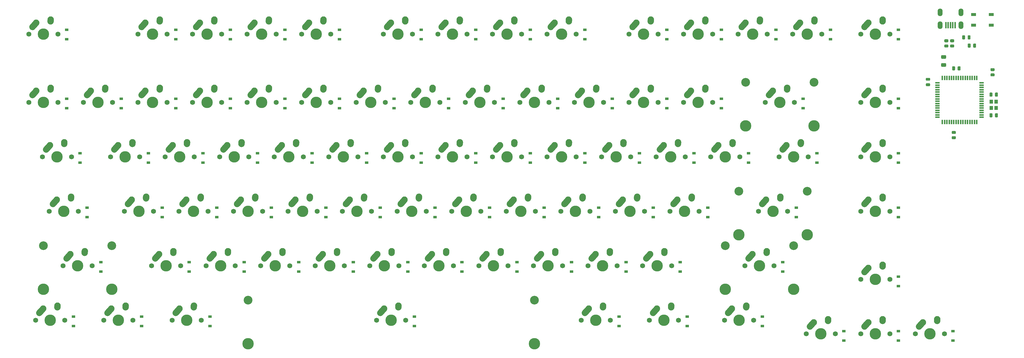
<source format=gbs>
G04 #@! TF.GenerationSoftware,KiCad,Pcbnew,(5.1.10)-1*
G04 #@! TF.CreationDate,2022-02-11T22:44:53+10:30*
G04 #@! TF.ProjectId,Dingo-75,44696e67-6f2d-4373-952e-6b696361645f,rev?*
G04 #@! TF.SameCoordinates,Original*
G04 #@! TF.FileFunction,Soldermask,Bot*
G04 #@! TF.FilePolarity,Negative*
%FSLAX46Y46*%
G04 Gerber Fmt 4.6, Leading zero omitted, Abs format (unit mm)*
G04 Created by KiCad (PCBNEW (5.1.10)-1) date 2022-02-11 22:44:53*
%MOMM*%
%LPD*%
G01*
G04 APERTURE LIST*
%ADD10C,3.987800*%
%ADD11C,3.048000*%
%ADD12C,1.750000*%
%ADD13C,2.250000*%
%ADD14R,1.200000X1.400000*%
%ADD15O,1.700000X2.700000*%
%ADD16R,0.500000X2.250000*%
%ADD17R,1.500000X0.550000*%
%ADD18R,0.550000X1.500000*%
%ADD19R,1.800000X1.100000*%
%ADD20R,1.200000X0.900000*%
G04 APERTURE END LIST*
D10*
X-76206350Y96520000D03*
X-176206150Y96520000D03*
D11*
X-76206350Y111760000D03*
X-176206150Y111760000D03*
D12*
X-121126250Y104775000D03*
X-131286250Y104775000D03*
D13*
X-128706250Y108775000D03*
D10*
X-126206250Y104775000D03*
G36*
G01*
X-130767562Y106477650D02*
X-130767567Y106477655D01*
G75*
G02*
X-130853595Y108066317I751317J837345D01*
G01*
X-129543593Y109526317D01*
G75*
G02*
X-127954931Y109612345I837345J-751317D01*
G01*
X-127954931Y109612345D01*
G75*
G02*
X-127868903Y108023683I-751317J-837345D01*
G01*
X-129178905Y106563683D01*
G75*
G02*
X-130767567Y106477655I-837345J751317D01*
G01*
G37*
D13*
X-123666250Y109855000D03*
G36*
G01*
X-123782767Y108152605D02*
X-123783653Y108152666D01*
G75*
G02*
X-124828584Y109352403I77403J1122334D01*
G01*
X-124788584Y109932403D01*
G75*
G02*
X-123588847Y110977334I1122334J-77403D01*
G01*
X-123588847Y110977334D01*
G75*
G02*
X-122543916Y109777597I-77403J-1122334D01*
G01*
X-122583916Y109197597D01*
G75*
G02*
X-123783653Y108152666I-1122334J77403D01*
G01*
G37*
G36*
G01*
X-49964017Y127202605D02*
X-49964903Y127202666D01*
G75*
G02*
X-51009834Y128402403I77403J1122334D01*
G01*
X-50969834Y128982403D01*
G75*
G02*
X-49770097Y130027334I1122334J-77403D01*
G01*
X-49770097Y130027334D01*
G75*
G02*
X-48725166Y128827597I-77403J-1122334D01*
G01*
X-48765166Y128247597D01*
G75*
G02*
X-49964903Y127202666I-1122334J77403D01*
G01*
G37*
X-49847500Y128905000D03*
G36*
G01*
X-56948812Y125527650D02*
X-56948817Y125527655D01*
G75*
G02*
X-57034845Y127116317I751317J837345D01*
G01*
X-55724843Y128576317D01*
G75*
G02*
X-54136181Y128662345I837345J-751317D01*
G01*
X-54136181Y128662345D01*
G75*
G02*
X-54050153Y127073683I-751317J-837345D01*
G01*
X-55360155Y125613683D01*
G75*
G02*
X-56948817Y125527655I-837345J751317D01*
G01*
G37*
D10*
X-52387500Y123825000D03*
D13*
X-54887500Y127825000D03*
D12*
X-57467500Y123825000D03*
X-47307500Y123825000D03*
G36*
G01*
X-69014017Y127202605D02*
X-69014903Y127202666D01*
G75*
G02*
X-70059834Y128402403I77403J1122334D01*
G01*
X-70019834Y128982403D01*
G75*
G02*
X-68820097Y130027334I1122334J-77403D01*
G01*
X-68820097Y130027334D01*
G75*
G02*
X-67775166Y128827597I-77403J-1122334D01*
G01*
X-67815166Y128247597D01*
G75*
G02*
X-69014903Y127202666I-1122334J77403D01*
G01*
G37*
D13*
X-68897500Y128905000D03*
G36*
G01*
X-75998812Y125527650D02*
X-75998817Y125527655D01*
G75*
G02*
X-76084845Y127116317I751317J837345D01*
G01*
X-74774843Y128576317D01*
G75*
G02*
X-73186181Y128662345I837345J-751317D01*
G01*
X-73186181Y128662345D01*
G75*
G02*
X-73100153Y127073683I-751317J-837345D01*
G01*
X-74410155Y125613683D01*
G75*
G02*
X-75998817Y125527655I-837345J751317D01*
G01*
G37*
D10*
X-71437500Y123825000D03*
D13*
X-73937500Y127825000D03*
D12*
X-76517500Y123825000D03*
X-66357500Y123825000D03*
G36*
G01*
X-116639017Y146252605D02*
X-116639903Y146252666D01*
G75*
G02*
X-117684834Y147452403I77403J1122334D01*
G01*
X-117644834Y148032403D01*
G75*
G02*
X-116445097Y149077334I1122334J-77403D01*
G01*
X-116445097Y149077334D01*
G75*
G02*
X-115400166Y147877597I-77403J-1122334D01*
G01*
X-115440166Y147297597D01*
G75*
G02*
X-116639903Y146252666I-1122334J77403D01*
G01*
G37*
D13*
X-116522500Y147955000D03*
G36*
G01*
X-123623812Y144577650D02*
X-123623817Y144577655D01*
G75*
G02*
X-123709845Y146166317I751317J837345D01*
G01*
X-122399843Y147626317D01*
G75*
G02*
X-120811181Y147712345I837345J-751317D01*
G01*
X-120811181Y147712345D01*
G75*
G02*
X-120725153Y146123683I-751317J-837345D01*
G01*
X-122035155Y144663683D01*
G75*
G02*
X-123623817Y144577655I-837345J751317D01*
G01*
G37*
D10*
X-119062500Y142875000D03*
D13*
X-121562500Y146875000D03*
D12*
X-124142500Y142875000D03*
X-113982500Y142875000D03*
X-171132500Y142875000D03*
X-181292500Y142875000D03*
D13*
X-178712500Y146875000D03*
D10*
X-176212500Y142875000D03*
G36*
G01*
X-180773812Y144577650D02*
X-180773817Y144577655D01*
G75*
G02*
X-180859845Y146166317I751317J837345D01*
G01*
X-179549843Y147626317D01*
G75*
G02*
X-177961181Y147712345I837345J-751317D01*
G01*
X-177961181Y147712345D01*
G75*
G02*
X-177875153Y146123683I-751317J-837345D01*
G01*
X-179185155Y144663683D01*
G75*
G02*
X-180773817Y144577655I-837345J751317D01*
G01*
G37*
D13*
X-173672500Y147955000D03*
G36*
G01*
X-173789017Y146252605D02*
X-173789903Y146252666D01*
G75*
G02*
X-174834834Y147452403I77403J1122334D01*
G01*
X-174794834Y148032403D01*
G75*
G02*
X-173595097Y149077334I1122334J-77403D01*
G01*
X-173595097Y149077334D01*
G75*
G02*
X-172550166Y147877597I-77403J-1122334D01*
G01*
X-172590166Y147297597D01*
G75*
G02*
X-173789903Y146252666I-1122334J77403D01*
G01*
G37*
D12*
X-192563750Y104775000D03*
X-202723750Y104775000D03*
D13*
X-200143750Y108775000D03*
D10*
X-197643750Y104775000D03*
G36*
G01*
X-202205062Y106477650D02*
X-202205067Y106477655D01*
G75*
G02*
X-202291095Y108066317I751317J837345D01*
G01*
X-200981093Y109526317D01*
G75*
G02*
X-199392431Y109612345I837345J-751317D01*
G01*
X-199392431Y109612345D01*
G75*
G02*
X-199306403Y108023683I-751317J-837345D01*
G01*
X-200616405Y106563683D01*
G75*
G02*
X-202205067Y106477655I-837345J751317D01*
G01*
G37*
D13*
X-195103750Y109855000D03*
G36*
G01*
X-195220267Y108152605D02*
X-195221153Y108152666D01*
G75*
G02*
X-196266084Y109352403I77403J1122334D01*
G01*
X-196226084Y109932403D01*
G75*
G02*
X-195026347Y110977334I1122334J-77403D01*
G01*
X-195026347Y110977334D01*
G75*
G02*
X-193981416Y109777597I-77403J-1122334D01*
G01*
X-194021416Y109197597D01*
G75*
G02*
X-195221153Y108152666I-1122334J77403D01*
G01*
G37*
D12*
X-49688750Y104775000D03*
X-59848750Y104775000D03*
D13*
X-57268750Y108775000D03*
D10*
X-54768750Y104775000D03*
G36*
G01*
X-59330062Y106477650D02*
X-59330067Y106477655D01*
G75*
G02*
X-59416095Y108066317I751317J837345D01*
G01*
X-58106093Y109526317D01*
G75*
G02*
X-56517431Y109612345I837345J-751317D01*
G01*
X-56517431Y109612345D01*
G75*
G02*
X-56431403Y108023683I-751317J-837345D01*
G01*
X-57741405Y106563683D01*
G75*
G02*
X-59330067Y106477655I-837345J751317D01*
G01*
G37*
D13*
X-52228750Y109855000D03*
G36*
G01*
X-52345267Y108152605D02*
X-52346153Y108152666D01*
G75*
G02*
X-53391084Y109352403I77403J1122334D01*
G01*
X-53351084Y109932403D01*
G75*
G02*
X-52151347Y110977334I1122334J-77403D01*
G01*
X-52151347Y110977334D01*
G75*
G02*
X-51106416Y109777597I-77403J-1122334D01*
G01*
X-51146416Y109197597D01*
G75*
G02*
X-52346153Y108152666I-1122334J77403D01*
G01*
G37*
D10*
X21463000Y172720000D03*
X-2413000Y172720000D03*
D11*
X21463000Y187960000D03*
X-2413000Y187960000D03*
D12*
X14605000Y180975000D03*
X4445000Y180975000D03*
D13*
X7025000Y184975000D03*
D10*
X9525000Y180975000D03*
G36*
G01*
X4963688Y182677650D02*
X4963683Y182677655D01*
G75*
G02*
X4877655Y184266317I751317J837345D01*
G01*
X6187657Y185726317D01*
G75*
G02*
X7776319Y185812345I837345J-751317D01*
G01*
X7776319Y185812345D01*
G75*
G02*
X7862347Y184223683I-751317J-837345D01*
G01*
X6552345Y182763683D01*
G75*
G02*
X4963683Y182677655I-837345J751317D01*
G01*
G37*
D13*
X12065000Y186055000D03*
G36*
G01*
X11948483Y184352605D02*
X11947597Y184352666D01*
G75*
G02*
X10902666Y185552403I77403J1122334D01*
G01*
X10942666Y186132403D01*
G75*
G02*
X12142403Y187177334I1122334J-77403D01*
G01*
X12142403Y187177334D01*
G75*
G02*
X13187334Y185977597I-77403J-1122334D01*
G01*
X13147334Y185397597D01*
G75*
G02*
X11947597Y184352666I-1122334J77403D01*
G01*
G37*
D12*
X-235426250Y142875000D03*
X-245586250Y142875000D03*
D13*
X-243006250Y146875000D03*
D10*
X-240506250Y142875000D03*
G36*
G01*
X-245067562Y144577650D02*
X-245067567Y144577655D01*
G75*
G02*
X-245153595Y146166317I751317J837345D01*
G01*
X-243843593Y147626317D01*
G75*
G02*
X-242254931Y147712345I837345J-751317D01*
G01*
X-242254931Y147712345D01*
G75*
G02*
X-242168903Y146123683I-751317J-837345D01*
G01*
X-243478905Y144663683D01*
G75*
G02*
X-245067567Y144577655I-837345J751317D01*
G01*
G37*
D13*
X-237966250Y147955000D03*
G36*
G01*
X-238082767Y146252605D02*
X-238083653Y146252666D01*
G75*
G02*
X-239128584Y147452403I77403J1122334D01*
G01*
X-239088584Y148032403D01*
G75*
G02*
X-237888847Y149077334I1122334J-77403D01*
G01*
X-237888847Y149077334D01*
G75*
G02*
X-236843916Y147877597I-77403J-1122334D01*
G01*
X-236883916Y147297597D01*
G75*
G02*
X-238083653Y146252666I-1122334J77403D01*
G01*
G37*
D12*
X-240188750Y104775000D03*
X-250348750Y104775000D03*
D13*
X-247768750Y108775000D03*
D10*
X-245268750Y104775000D03*
G36*
G01*
X-249830062Y106477650D02*
X-249830067Y106477655D01*
G75*
G02*
X-249916095Y108066317I751317J837345D01*
G01*
X-248606093Y109526317D01*
G75*
G02*
X-247017431Y109612345I837345J-751317D01*
G01*
X-247017431Y109612345D01*
G75*
G02*
X-246931403Y108023683I-751317J-837345D01*
G01*
X-248241405Y106563683D01*
G75*
G02*
X-249830067Y106477655I-837345J751317D01*
G01*
G37*
D13*
X-242728750Y109855000D03*
G36*
G01*
X-242845267Y108152605D02*
X-242846153Y108152666D01*
G75*
G02*
X-243891084Y109352403I77403J1122334D01*
G01*
X-243851084Y109932403D01*
G75*
G02*
X-242651347Y110977334I1122334J-77403D01*
G01*
X-242651347Y110977334D01*
G75*
G02*
X-241606416Y109777597I-77403J-1122334D01*
G01*
X-241646416Y109197597D01*
G75*
G02*
X-242846153Y108152666I-1122334J77403D01*
G01*
G37*
D12*
X317500Y104775000D03*
X-9842500Y104775000D03*
D13*
X-7262500Y108775000D03*
D10*
X-4762500Y104775000D03*
G36*
G01*
X-9323812Y106477650D02*
X-9323817Y106477655D01*
G75*
G02*
X-9409845Y108066317I751317J837345D01*
G01*
X-8099843Y109526317D01*
G75*
G02*
X-6511181Y109612345I837345J-751317D01*
G01*
X-6511181Y109612345D01*
G75*
G02*
X-6425153Y108023683I-751317J-837345D01*
G01*
X-7735155Y106563683D01*
G75*
G02*
X-9323817Y106477655I-837345J751317D01*
G01*
G37*
D13*
X-2222500Y109855000D03*
G36*
G01*
X-2339017Y108152605D02*
X-2339903Y108152666D01*
G75*
G02*
X-3384834Y109352403I77403J1122334D01*
G01*
X-3344834Y109932403D01*
G75*
G02*
X-2145097Y110977334I1122334J-77403D01*
G01*
X-2145097Y110977334D01*
G75*
G02*
X-1100166Y109777597I-77403J-1122334D01*
G01*
X-1140166Y109197597D01*
G75*
G02*
X-2339903Y108152666I-1122334J77403D01*
G01*
G37*
D10*
X19081750Y134620000D03*
X-4794250Y134620000D03*
D11*
X19081750Y149860000D03*
X-4794250Y149860000D03*
D12*
X12223750Y142875000D03*
X2063750Y142875000D03*
D13*
X4643750Y146875000D03*
D10*
X7143750Y142875000D03*
G36*
G01*
X2582438Y144577650D02*
X2582433Y144577655D01*
G75*
G02*
X2496405Y146166317I751317J837345D01*
G01*
X3806407Y147626317D01*
G75*
G02*
X5395069Y147712345I837345J-751317D01*
G01*
X5395069Y147712345D01*
G75*
G02*
X5481097Y146123683I-751317J-837345D01*
G01*
X4171095Y144663683D01*
G75*
G02*
X2582433Y144577655I-837345J751317D01*
G01*
G37*
D13*
X9683750Y147955000D03*
G36*
G01*
X9567233Y146252605D02*
X9566347Y146252666D01*
G75*
G02*
X8521416Y147452403I77403J1122334D01*
G01*
X8561416Y148032403D01*
G75*
G02*
X9761153Y149077334I1122334J-77403D01*
G01*
X9761153Y149077334D01*
G75*
G02*
X10806084Y147877597I-77403J-1122334D01*
G01*
X10766084Y147297597D01*
G75*
G02*
X9566347Y146252666I-1122334J77403D01*
G01*
G37*
D12*
X-25876250Y104775000D03*
X-36036250Y104775000D03*
D13*
X-33456250Y108775000D03*
D10*
X-30956250Y104775000D03*
G36*
G01*
X-35517562Y106477650D02*
X-35517567Y106477655D01*
G75*
G02*
X-35603595Y108066317I751317J837345D01*
G01*
X-34293593Y109526317D01*
G75*
G02*
X-32704931Y109612345I837345J-751317D01*
G01*
X-32704931Y109612345D01*
G75*
G02*
X-32618903Y108023683I-751317J-837345D01*
G01*
X-33928905Y106563683D01*
G75*
G02*
X-35517567Y106477655I-837345J751317D01*
G01*
G37*
D13*
X-28416250Y109855000D03*
G36*
G01*
X-28532767Y108152605D02*
X-28533653Y108152666D01*
G75*
G02*
X-29578584Y109352403I77403J1122334D01*
G01*
X-29538584Y109932403D01*
G75*
G02*
X-28338847Y110977334I1122334J-77403D01*
G01*
X-28338847Y110977334D01*
G75*
G02*
X-27293916Y109777597I-77403J-1122334D01*
G01*
X-27333916Y109197597D01*
G75*
G02*
X-28533653Y108152666I-1122334J77403D01*
G01*
G37*
D10*
X-223805750Y115570000D03*
X-247681750Y115570000D03*
D11*
X-223805750Y130810000D03*
X-247681750Y130810000D03*
D12*
X-230663750Y123825000D03*
X-240823750Y123825000D03*
D13*
X-238243750Y127825000D03*
D10*
X-235743750Y123825000D03*
G36*
G01*
X-240305062Y125527650D02*
X-240305067Y125527655D01*
G75*
G02*
X-240391095Y127116317I751317J837345D01*
G01*
X-239081093Y128576317D01*
G75*
G02*
X-237492431Y128662345I837345J-751317D01*
G01*
X-237492431Y128662345D01*
G75*
G02*
X-237406403Y127073683I-751317J-837345D01*
G01*
X-238716405Y125613683D01*
G75*
G02*
X-240305067Y125527655I-837345J751317D01*
G01*
G37*
D13*
X-233203750Y128905000D03*
G36*
G01*
X-233320267Y127202605D02*
X-233321153Y127202666D01*
G75*
G02*
X-234366084Y128402403I77403J1122334D01*
G01*
X-234326084Y128982403D01*
G75*
G02*
X-233126347Y130027334I1122334J-77403D01*
G01*
X-233126347Y130027334D01*
G75*
G02*
X-232081416Y128827597I-77403J-1122334D01*
G01*
X-232121416Y128247597D01*
G75*
G02*
X-233321153Y127202666I-1122334J77403D01*
G01*
G37*
D10*
X14319250Y115570000D03*
X-9556750Y115570000D03*
D11*
X14319250Y130810000D03*
X-9556750Y130810000D03*
D12*
X7461250Y123825000D03*
X-2698750Y123825000D03*
D13*
X-118750Y127825000D03*
D10*
X2381250Y123825000D03*
G36*
G01*
X-2180062Y125527650D02*
X-2180067Y125527655D01*
G75*
G02*
X-2266095Y127116317I751317J837345D01*
G01*
X-956093Y128576317D01*
G75*
G02*
X632569Y128662345I837345J-751317D01*
G01*
X632569Y128662345D01*
G75*
G02*
X718597Y127073683I-751317J-837345D01*
G01*
X-591405Y125613683D01*
G75*
G02*
X-2180067Y125527655I-837345J751317D01*
G01*
G37*
D13*
X4921250Y128905000D03*
G36*
G01*
X4804733Y127202605D02*
X4803847Y127202666D01*
G75*
G02*
X3758916Y128402403I77403J1122334D01*
G01*
X3798916Y128982403D01*
G75*
G02*
X4998653Y130027334I1122334J-77403D01*
G01*
X4998653Y130027334D01*
G75*
G02*
X6043584Y128827597I-77403J-1122334D01*
G01*
X6003584Y128247597D01*
G75*
G02*
X4803847Y127202666I-1122334J77403D01*
G01*
G37*
D12*
X-237807500Y161925000D03*
X-247967500Y161925000D03*
D13*
X-245387500Y165925000D03*
D10*
X-242887500Y161925000D03*
G36*
G01*
X-247448812Y163627650D02*
X-247448817Y163627655D01*
G75*
G02*
X-247534845Y165216317I751317J837345D01*
G01*
X-246224843Y166676317D01*
G75*
G02*
X-244636181Y166762345I837345J-751317D01*
G01*
X-244636181Y166762345D01*
G75*
G02*
X-244550153Y165173683I-751317J-837345D01*
G01*
X-245860155Y163713683D01*
G75*
G02*
X-247448817Y163627655I-837345J751317D01*
G01*
G37*
D13*
X-240347500Y167005000D03*
G36*
G01*
X-240464017Y165302605D02*
X-240464903Y165302666D01*
G75*
G02*
X-241509834Y166502403I77403J1122334D01*
G01*
X-241469834Y167082403D01*
G75*
G02*
X-240270097Y168127334I1122334J-77403D01*
G01*
X-240270097Y168127334D01*
G75*
G02*
X-239225166Y166927597I-77403J-1122334D01*
G01*
X-239265166Y166347597D01*
G75*
G02*
X-240464903Y165302666I-1122334J77403D01*
G01*
G37*
D12*
X-216376250Y104775000D03*
X-226536250Y104775000D03*
D13*
X-223956250Y108775000D03*
D10*
X-221456250Y104775000D03*
G36*
G01*
X-226017562Y106477650D02*
X-226017567Y106477655D01*
G75*
G02*
X-226103595Y108066317I751317J837345D01*
G01*
X-224793593Y109526317D01*
G75*
G02*
X-223204931Y109612345I837345J-751317D01*
G01*
X-223204931Y109612345D01*
G75*
G02*
X-223118903Y108023683I-751317J-837345D01*
G01*
X-224428905Y106563683D01*
G75*
G02*
X-226017567Y106477655I-837345J751317D01*
G01*
G37*
D13*
X-218916250Y109855000D03*
G36*
G01*
X-219032767Y108152605D02*
X-219033653Y108152666D01*
G75*
G02*
X-220078584Y109352403I77403J1122334D01*
G01*
X-220038584Y109932403D01*
G75*
G02*
X-218838847Y110977334I1122334J-77403D01*
G01*
X-218838847Y110977334D01*
G75*
G02*
X-217793916Y109777597I-77403J-1122334D01*
G01*
X-217833916Y109197597D01*
G75*
G02*
X-219033653Y108152666I-1122334J77403D01*
G01*
G37*
D12*
X19367500Y161925000D03*
X9207500Y161925000D03*
D13*
X11787500Y165925000D03*
D10*
X14287500Y161925000D03*
G36*
G01*
X9726188Y163627650D02*
X9726183Y163627655D01*
G75*
G02*
X9640155Y165216317I751317J837345D01*
G01*
X10950157Y166676317D01*
G75*
G02*
X12538819Y166762345I837345J-751317D01*
G01*
X12538819Y166762345D01*
G75*
G02*
X12624847Y165173683I-751317J-837345D01*
G01*
X11314845Y163713683D01*
G75*
G02*
X9726183Y163627655I-837345J751317D01*
G01*
G37*
D13*
X16827500Y167005000D03*
G36*
G01*
X16710983Y165302605D02*
X16710097Y165302666D01*
G75*
G02*
X15665166Y166502403I77403J1122334D01*
G01*
X15705166Y167082403D01*
G75*
G02*
X16904903Y168127334I1122334J-77403D01*
G01*
X16904903Y168127334D01*
G75*
G02*
X17949834Y166927597I-77403J-1122334D01*
G01*
X17909834Y166347597D01*
G75*
G02*
X16710097Y165302666I-1122334J77403D01*
G01*
G37*
D12*
X47942500Y119062500D03*
X37782500Y119062500D03*
D13*
X40362500Y123062500D03*
D10*
X42862500Y119062500D03*
G36*
G01*
X38301188Y120765150D02*
X38301183Y120765155D01*
G75*
G02*
X38215155Y122353817I751317J837345D01*
G01*
X39525157Y123813817D01*
G75*
G02*
X41113819Y123899845I837345J-751317D01*
G01*
X41113819Y123899845D01*
G75*
G02*
X41199847Y122311183I-751317J-837345D01*
G01*
X39889845Y120851183D01*
G75*
G02*
X38301183Y120765155I-837345J751317D01*
G01*
G37*
D13*
X45402500Y124142500D03*
G36*
G01*
X45285983Y122440105D02*
X45285097Y122440166D01*
G75*
G02*
X44240166Y123639903I77403J1122334D01*
G01*
X44280166Y124219903D01*
G75*
G02*
X45479903Y125264834I1122334J-77403D01*
G01*
X45479903Y125264834D01*
G75*
G02*
X46524834Y124065097I-77403J-1122334D01*
G01*
X46484834Y123485097D01*
G75*
G02*
X45285097Y122440166I-1122334J77403D01*
G01*
G37*
D14*
X83294750Y181174750D03*
X83294750Y178974750D03*
X84994750Y178974750D03*
X84994750Y181174750D03*
D15*
X65406250Y212462500D03*
X72706250Y212462500D03*
X72706250Y207962500D03*
X65406250Y207962500D03*
D16*
X67456250Y207962500D03*
X68256250Y207962500D03*
X69056250Y207962500D03*
X69856250Y207962500D03*
X70656250Y207962500D03*
D17*
X64531250Y187768750D03*
X64531250Y186968750D03*
X64531250Y186168750D03*
X64531250Y185368750D03*
X64531250Y184568750D03*
X64531250Y183768750D03*
X64531250Y182968750D03*
X64531250Y182168750D03*
X64531250Y181368750D03*
X64531250Y180568750D03*
X64531250Y179768750D03*
X64531250Y178968750D03*
X64531250Y178168750D03*
X64531250Y177368750D03*
X64531250Y176568750D03*
X64531250Y175768750D03*
D18*
X66231250Y174068750D03*
X67031250Y174068750D03*
X67831250Y174068750D03*
X68631250Y174068750D03*
X69431250Y174068750D03*
X70231250Y174068750D03*
X71031250Y174068750D03*
X71831250Y174068750D03*
X72631250Y174068750D03*
X73431250Y174068750D03*
X74231250Y174068750D03*
X75031250Y174068750D03*
X75831250Y174068750D03*
X76631250Y174068750D03*
X77431250Y174068750D03*
X78231250Y174068750D03*
D17*
X79931250Y175768750D03*
X79931250Y176568750D03*
X79931250Y177368750D03*
X79931250Y178168750D03*
X79931250Y178968750D03*
X79931250Y179768750D03*
X79931250Y180568750D03*
X79931250Y181368750D03*
X79931250Y182168750D03*
X79931250Y182968750D03*
X79931250Y183768750D03*
X79931250Y184568750D03*
X79931250Y185368750D03*
X79931250Y186168750D03*
X79931250Y186968750D03*
X79931250Y187768750D03*
D18*
X78231250Y189468750D03*
X77431250Y189468750D03*
X76631250Y189468750D03*
X75831250Y189468750D03*
X75031250Y189468750D03*
X74231250Y189468750D03*
X73431250Y189468750D03*
X72631250Y189468750D03*
X71831250Y189468750D03*
X71031250Y189468750D03*
X70231250Y189468750D03*
X69431250Y189468750D03*
X68631250Y189468750D03*
X67831250Y189468750D03*
X67031250Y189468750D03*
X66231250Y189468750D03*
D19*
X77143750Y211662500D03*
X83343750Y207962500D03*
X77143750Y207962500D03*
X83343750Y211662500D03*
G36*
G01*
X84206501Y191892500D02*
X83306499Y191892500D01*
G75*
G02*
X83056500Y192142499I0J249999D01*
G01*
X83056500Y192667501D01*
G75*
G02*
X83306499Y192917500I249999J0D01*
G01*
X84206501Y192917500D01*
G75*
G02*
X84456500Y192667501I0J-249999D01*
G01*
X84456500Y192142499D01*
G75*
G02*
X84206501Y191892500I-249999J0D01*
G01*
G37*
G36*
G01*
X84206501Y190067500D02*
X83306499Y190067500D01*
G75*
G02*
X83056500Y190317499I0J249999D01*
G01*
X83056500Y190842501D01*
G75*
G02*
X83306499Y191092500I249999J0D01*
G01*
X84206501Y191092500D01*
G75*
G02*
X84456500Y190842501I0J-249999D01*
G01*
X84456500Y190317499D01*
G75*
G02*
X84206501Y190067500I-249999J0D01*
G01*
G37*
G36*
G01*
X68077501Y201989000D02*
X67177499Y201989000D01*
G75*
G02*
X66927500Y202238999I0J249999D01*
G01*
X66927500Y202764001D01*
G75*
G02*
X67177499Y203014000I249999J0D01*
G01*
X68077501Y203014000D01*
G75*
G02*
X68327500Y202764001I0J-249999D01*
G01*
X68327500Y202238999D01*
G75*
G02*
X68077501Y201989000I-249999J0D01*
G01*
G37*
G36*
G01*
X68077501Y200164000D02*
X67177499Y200164000D01*
G75*
G02*
X66927500Y200413999I0J249999D01*
G01*
X66927500Y200939001D01*
G75*
G02*
X67177499Y201189000I249999J0D01*
G01*
X68077501Y201189000D01*
G75*
G02*
X68327500Y200939001I0J-249999D01*
G01*
X68327500Y200413999D01*
G75*
G02*
X68077501Y200164000I-249999J0D01*
G01*
G37*
G36*
G01*
X70109501Y201989000D02*
X69209499Y201989000D01*
G75*
G02*
X68959500Y202238999I0J249999D01*
G01*
X68959500Y202764001D01*
G75*
G02*
X69209499Y203014000I249999J0D01*
G01*
X70109501Y203014000D01*
G75*
G02*
X70359500Y202764001I0J-249999D01*
G01*
X70359500Y202238999D01*
G75*
G02*
X70109501Y201989000I-249999J0D01*
G01*
G37*
G36*
G01*
X70109501Y200164000D02*
X69209499Y200164000D01*
G75*
G02*
X68959500Y200413999I0J249999D01*
G01*
X68959500Y200939001D01*
G75*
G02*
X69209499Y201189000I249999J0D01*
G01*
X70109501Y201189000D01*
G75*
G02*
X70359500Y200939001I0J-249999D01*
G01*
X70359500Y200413999D01*
G75*
G02*
X70109501Y200164000I-249999J0D01*
G01*
G37*
G36*
G01*
X69780999Y169121500D02*
X70681001Y169121500D01*
G75*
G02*
X70931000Y168871501I0J-249999D01*
G01*
X70931000Y168346499D01*
G75*
G02*
X70681001Y168096500I-249999J0D01*
G01*
X69780999Y168096500D01*
G75*
G02*
X69531000Y168346499I0J249999D01*
G01*
X69531000Y168871501D01*
G75*
G02*
X69780999Y169121500I249999J0D01*
G01*
G37*
G36*
G01*
X69780999Y170946500D02*
X70681001Y170946500D01*
G75*
G02*
X70931000Y170696501I0J-249999D01*
G01*
X70931000Y170171499D01*
G75*
G02*
X70681001Y169921500I-249999J0D01*
G01*
X69780999Y169921500D01*
G75*
G02*
X69531000Y170171499I0J249999D01*
G01*
X69531000Y170696501D01*
G75*
G02*
X69780999Y170946500I249999J0D01*
G01*
G37*
D12*
X-242570000Y180975000D03*
X-252730000Y180975000D03*
D13*
X-250150000Y184975000D03*
D10*
X-247650000Y180975000D03*
G36*
G01*
X-252211312Y182677650D02*
X-252211317Y182677655D01*
G75*
G02*
X-252297345Y184266317I751317J837345D01*
G01*
X-250987343Y185726317D01*
G75*
G02*
X-249398681Y185812345I837345J-751317D01*
G01*
X-249398681Y185812345D01*
G75*
G02*
X-249312653Y184223683I-751317J-837345D01*
G01*
X-250622655Y182763683D01*
G75*
G02*
X-252211317Y182677655I-837345J751317D01*
G01*
G37*
D13*
X-245110000Y186055000D03*
G36*
G01*
X-245226517Y184352605D02*
X-245227403Y184352666D01*
G75*
G02*
X-246272334Y185552403I77403J1122334D01*
G01*
X-246232334Y186132403D01*
G75*
G02*
X-245032597Y187177334I1122334J-77403D01*
G01*
X-245032597Y187177334D01*
G75*
G02*
X-243987666Y185977597I-77403J-1122334D01*
G01*
X-244027666Y185397597D01*
G75*
G02*
X-245227403Y184352666I-1122334J77403D01*
G01*
G37*
G36*
G01*
X-202364017Y127202605D02*
X-202364903Y127202666D01*
G75*
G02*
X-203409834Y128402403I77403J1122334D01*
G01*
X-203369834Y128982403D01*
G75*
G02*
X-202170097Y130027334I1122334J-77403D01*
G01*
X-202170097Y130027334D01*
G75*
G02*
X-201125166Y128827597I-77403J-1122334D01*
G01*
X-201165166Y128247597D01*
G75*
G02*
X-202364903Y127202666I-1122334J77403D01*
G01*
G37*
X-202247500Y128905000D03*
G36*
G01*
X-209348812Y125527650D02*
X-209348817Y125527655D01*
G75*
G02*
X-209434845Y127116317I751317J837345D01*
G01*
X-208124843Y128576317D01*
G75*
G02*
X-206536181Y128662345I837345J-751317D01*
G01*
X-206536181Y128662345D01*
G75*
G02*
X-206450153Y127073683I-751317J-837345D01*
G01*
X-207760155Y125613683D01*
G75*
G02*
X-209348817Y125527655I-837345J751317D01*
G01*
G37*
D10*
X-204787500Y123825000D03*
D13*
X-207287500Y127825000D03*
D12*
X-209867500Y123825000D03*
X-199707500Y123825000D03*
X-118745000Y161925000D03*
X-128905000Y161925000D03*
D13*
X-126325000Y165925000D03*
D10*
X-123825000Y161925000D03*
G36*
G01*
X-128386312Y163627650D02*
X-128386317Y163627655D01*
G75*
G02*
X-128472345Y165216317I751317J837345D01*
G01*
X-127162343Y166676317D01*
G75*
G02*
X-125573681Y166762345I837345J-751317D01*
G01*
X-125573681Y166762345D01*
G75*
G02*
X-125487653Y165173683I-751317J-837345D01*
G01*
X-126797655Y163713683D01*
G75*
G02*
X-128386317Y163627655I-837345J751317D01*
G01*
G37*
D13*
X-121285000Y167005000D03*
G36*
G01*
X-121401517Y165302605D02*
X-121402403Y165302666D01*
G75*
G02*
X-122447334Y166502403I77403J1122334D01*
G01*
X-122407334Y167082403D01*
G75*
G02*
X-121207597Y168127334I1122334J-77403D01*
G01*
X-121207597Y168127334D01*
G75*
G02*
X-120162666Y166927597I-77403J-1122334D01*
G01*
X-120202666Y166347597D01*
G75*
G02*
X-121402403Y165302666I-1122334J77403D01*
G01*
G37*
G36*
G01*
X-183314017Y127202605D02*
X-183314903Y127202666D01*
G75*
G02*
X-184359834Y128402403I77403J1122334D01*
G01*
X-184319834Y128982403D01*
G75*
G02*
X-183120097Y130027334I1122334J-77403D01*
G01*
X-183120097Y130027334D01*
G75*
G02*
X-182075166Y128827597I-77403J-1122334D01*
G01*
X-182115166Y128247597D01*
G75*
G02*
X-183314903Y127202666I-1122334J77403D01*
G01*
G37*
X-183197500Y128905000D03*
G36*
G01*
X-190298812Y125527650D02*
X-190298817Y125527655D01*
G75*
G02*
X-190384845Y127116317I751317J837345D01*
G01*
X-189074843Y128576317D01*
G75*
G02*
X-187486181Y128662345I837345J-751317D01*
G01*
X-187486181Y128662345D01*
G75*
G02*
X-187400153Y127073683I-751317J-837345D01*
G01*
X-188710155Y125613683D01*
G75*
G02*
X-190298817Y125527655I-837345J751317D01*
G01*
G37*
D10*
X-185737500Y123825000D03*
D13*
X-188237500Y127825000D03*
D12*
X-190817500Y123825000D03*
X-180657500Y123825000D03*
X-194945000Y161925000D03*
X-205105000Y161925000D03*
D13*
X-202525000Y165925000D03*
D10*
X-200025000Y161925000D03*
G36*
G01*
X-204586312Y163627650D02*
X-204586317Y163627655D01*
G75*
G02*
X-204672345Y165216317I751317J837345D01*
G01*
X-203362343Y166676317D01*
G75*
G02*
X-201773681Y166762345I837345J-751317D01*
G01*
X-201773681Y166762345D01*
G75*
G02*
X-201687653Y165173683I-751317J-837345D01*
G01*
X-202997655Y163713683D01*
G75*
G02*
X-204586317Y163627655I-837345J751317D01*
G01*
G37*
D13*
X-197485000Y167005000D03*
G36*
G01*
X-197601517Y165302605D02*
X-197602403Y165302666D01*
G75*
G02*
X-198647334Y166502403I77403J1122334D01*
G01*
X-198607334Y167082403D01*
G75*
G02*
X-197407597Y168127334I1122334J-77403D01*
G01*
X-197407597Y168127334D01*
G75*
G02*
X-196362666Y166927597I-77403J-1122334D01*
G01*
X-196402666Y166347597D01*
G75*
G02*
X-197602403Y165302666I-1122334J77403D01*
G01*
G37*
G36*
G01*
X-145214017Y127202605D02*
X-145214903Y127202666D01*
G75*
G02*
X-146259834Y128402403I77403J1122334D01*
G01*
X-146219834Y128982403D01*
G75*
G02*
X-145020097Y130027334I1122334J-77403D01*
G01*
X-145020097Y130027334D01*
G75*
G02*
X-143975166Y128827597I-77403J-1122334D01*
G01*
X-144015166Y128247597D01*
G75*
G02*
X-145214903Y127202666I-1122334J77403D01*
G01*
G37*
X-145097500Y128905000D03*
G36*
G01*
X-152198812Y125527650D02*
X-152198817Y125527655D01*
G75*
G02*
X-152284845Y127116317I751317J837345D01*
G01*
X-150974843Y128576317D01*
G75*
G02*
X-149386181Y128662345I837345J-751317D01*
G01*
X-149386181Y128662345D01*
G75*
G02*
X-149300153Y127073683I-751317J-837345D01*
G01*
X-150610155Y125613683D01*
G75*
G02*
X-152198817Y125527655I-837345J751317D01*
G01*
G37*
D10*
X-147637500Y123825000D03*
D13*
X-150137500Y127825000D03*
D12*
X-152717500Y123825000D03*
X-142557500Y123825000D03*
X-99695000Y161925000D03*
X-109855000Y161925000D03*
D13*
X-107275000Y165925000D03*
D10*
X-104775000Y161925000D03*
G36*
G01*
X-109336312Y163627650D02*
X-109336317Y163627655D01*
G75*
G02*
X-109422345Y165216317I751317J837345D01*
G01*
X-108112343Y166676317D01*
G75*
G02*
X-106523681Y166762345I837345J-751317D01*
G01*
X-106523681Y166762345D01*
G75*
G02*
X-106437653Y165173683I-751317J-837345D01*
G01*
X-107747655Y163713683D01*
G75*
G02*
X-109336317Y163627655I-837345J751317D01*
G01*
G37*
D13*
X-102235000Y167005000D03*
G36*
G01*
X-102351517Y165302605D02*
X-102352403Y165302666D01*
G75*
G02*
X-103397334Y166502403I77403J1122334D01*
G01*
X-103357334Y167082403D01*
G75*
G02*
X-102157597Y168127334I1122334J-77403D01*
G01*
X-102157597Y168127334D01*
G75*
G02*
X-101112666Y166927597I-77403J-1122334D01*
G01*
X-101152666Y166347597D01*
G75*
G02*
X-102352403Y165302666I-1122334J77403D01*
G01*
G37*
D12*
X-137795000Y161925000D03*
X-147955000Y161925000D03*
D13*
X-145375000Y165925000D03*
D10*
X-142875000Y161925000D03*
G36*
G01*
X-147436312Y163627650D02*
X-147436317Y163627655D01*
G75*
G02*
X-147522345Y165216317I751317J837345D01*
G01*
X-146212343Y166676317D01*
G75*
G02*
X-144623681Y166762345I837345J-751317D01*
G01*
X-144623681Y166762345D01*
G75*
G02*
X-144537653Y165173683I-751317J-837345D01*
G01*
X-145847655Y163713683D01*
G75*
G02*
X-147436317Y163627655I-837345J751317D01*
G01*
G37*
D13*
X-140335000Y167005000D03*
G36*
G01*
X-140451517Y165302605D02*
X-140452403Y165302666D01*
G75*
G02*
X-141497334Y166502403I77403J1122334D01*
G01*
X-141457334Y167082403D01*
G75*
G02*
X-140257597Y168127334I1122334J-77403D01*
G01*
X-140257597Y168127334D01*
G75*
G02*
X-139212666Y166927597I-77403J-1122334D01*
G01*
X-139252666Y166347597D01*
G75*
G02*
X-140452403Y165302666I-1122334J77403D01*
G01*
G37*
D12*
X-190182500Y142875000D03*
X-200342500Y142875000D03*
D13*
X-197762500Y146875000D03*
D10*
X-195262500Y142875000D03*
G36*
G01*
X-199823812Y144577650D02*
X-199823817Y144577655D01*
G75*
G02*
X-199909845Y146166317I751317J837345D01*
G01*
X-198599843Y147626317D01*
G75*
G02*
X-197011181Y147712345I837345J-751317D01*
G01*
X-197011181Y147712345D01*
G75*
G02*
X-196925153Y146123683I-751317J-837345D01*
G01*
X-198235155Y144663683D01*
G75*
G02*
X-199823817Y144577655I-837345J751317D01*
G01*
G37*
D13*
X-192722500Y147955000D03*
G36*
G01*
X-192839017Y146252605D02*
X-192839903Y146252666D01*
G75*
G02*
X-193884834Y147452403I77403J1122334D01*
G01*
X-193844834Y148032403D01*
G75*
G02*
X-192645097Y149077334I1122334J-77403D01*
G01*
X-192645097Y149077334D01*
G75*
G02*
X-191600166Y147877597I-77403J-1122334D01*
G01*
X-191640166Y147297597D01*
G75*
G02*
X-192839903Y146252666I-1122334J77403D01*
G01*
G37*
D12*
X-156845000Y161925000D03*
X-167005000Y161925000D03*
D13*
X-164425000Y165925000D03*
D10*
X-161925000Y161925000D03*
G36*
G01*
X-166486312Y163627650D02*
X-166486317Y163627655D01*
G75*
G02*
X-166572345Y165216317I751317J837345D01*
G01*
X-165262343Y166676317D01*
G75*
G02*
X-163673681Y166762345I837345J-751317D01*
G01*
X-163673681Y166762345D01*
G75*
G02*
X-163587653Y165173683I-751317J-837345D01*
G01*
X-164897655Y163713683D01*
G75*
G02*
X-166486317Y163627655I-837345J751317D01*
G01*
G37*
D13*
X-159385000Y167005000D03*
G36*
G01*
X-159501517Y165302605D02*
X-159502403Y165302666D01*
G75*
G02*
X-160547334Y166502403I77403J1122334D01*
G01*
X-160507334Y167082403D01*
G75*
G02*
X-159307597Y168127334I1122334J-77403D01*
G01*
X-159307597Y168127334D01*
G75*
G02*
X-158262666Y166927597I-77403J-1122334D01*
G01*
X-158302666Y166347597D01*
G75*
G02*
X-159502403Y165302666I-1122334J77403D01*
G01*
G37*
D12*
X-213995000Y161925000D03*
X-224155000Y161925000D03*
D13*
X-221575000Y165925000D03*
D10*
X-219075000Y161925000D03*
G36*
G01*
X-223636312Y163627650D02*
X-223636317Y163627655D01*
G75*
G02*
X-223722345Y165216317I751317J837345D01*
G01*
X-222412343Y166676317D01*
G75*
G02*
X-220823681Y166762345I837345J-751317D01*
G01*
X-220823681Y166762345D01*
G75*
G02*
X-220737653Y165173683I-751317J-837345D01*
G01*
X-222047655Y163713683D01*
G75*
G02*
X-223636317Y163627655I-837345J751317D01*
G01*
G37*
D13*
X-216535000Y167005000D03*
G36*
G01*
X-216651517Y165302605D02*
X-216652403Y165302666D01*
G75*
G02*
X-217697334Y166502403I77403J1122334D01*
G01*
X-217657334Y167082403D01*
G75*
G02*
X-216457597Y168127334I1122334J-77403D01*
G01*
X-216457597Y168127334D01*
G75*
G02*
X-215412666Y166927597I-77403J-1122334D01*
G01*
X-215452666Y166347597D01*
G75*
G02*
X-216652403Y165302666I-1122334J77403D01*
G01*
G37*
D12*
X-42545000Y161925000D03*
X-52705000Y161925000D03*
D13*
X-50125000Y165925000D03*
D10*
X-47625000Y161925000D03*
G36*
G01*
X-52186312Y163627650D02*
X-52186317Y163627655D01*
G75*
G02*
X-52272345Y165216317I751317J837345D01*
G01*
X-50962343Y166676317D01*
G75*
G02*
X-49373681Y166762345I837345J-751317D01*
G01*
X-49373681Y166762345D01*
G75*
G02*
X-49287653Y165173683I-751317J-837345D01*
G01*
X-50597655Y163713683D01*
G75*
G02*
X-52186317Y163627655I-837345J751317D01*
G01*
G37*
D13*
X-45085000Y167005000D03*
G36*
G01*
X-45201517Y165302605D02*
X-45202403Y165302666D01*
G75*
G02*
X-46247334Y166502403I77403J1122334D01*
G01*
X-46207334Y167082403D01*
G75*
G02*
X-45007597Y168127334I1122334J-77403D01*
G01*
X-45007597Y168127334D01*
G75*
G02*
X-43962666Y166927597I-77403J-1122334D01*
G01*
X-44002666Y166347597D01*
G75*
G02*
X-45202403Y165302666I-1122334J77403D01*
G01*
G37*
D12*
X-61595000Y161925000D03*
X-71755000Y161925000D03*
D13*
X-69175000Y165925000D03*
D10*
X-66675000Y161925000D03*
G36*
G01*
X-71236312Y163627650D02*
X-71236317Y163627655D01*
G75*
G02*
X-71322345Y165216317I751317J837345D01*
G01*
X-70012343Y166676317D01*
G75*
G02*
X-68423681Y166762345I837345J-751317D01*
G01*
X-68423681Y166762345D01*
G75*
G02*
X-68337653Y165173683I-751317J-837345D01*
G01*
X-69647655Y163713683D01*
G75*
G02*
X-71236317Y163627655I-837345J751317D01*
G01*
G37*
D13*
X-64135000Y167005000D03*
G36*
G01*
X-64251517Y165302605D02*
X-64252403Y165302666D01*
G75*
G02*
X-65297334Y166502403I77403J1122334D01*
G01*
X-65257334Y167082403D01*
G75*
G02*
X-64057597Y168127334I1122334J-77403D01*
G01*
X-64057597Y168127334D01*
G75*
G02*
X-63012666Y166927597I-77403J-1122334D01*
G01*
X-63052666Y166347597D01*
G75*
G02*
X-64252403Y165302666I-1122334J77403D01*
G01*
G37*
G36*
G01*
X-107114017Y127202605D02*
X-107114903Y127202666D01*
G75*
G02*
X-108159834Y128402403I77403J1122334D01*
G01*
X-108119834Y128982403D01*
G75*
G02*
X-106920097Y130027334I1122334J-77403D01*
G01*
X-106920097Y130027334D01*
G75*
G02*
X-105875166Y128827597I-77403J-1122334D01*
G01*
X-105915166Y128247597D01*
G75*
G02*
X-107114903Y127202666I-1122334J77403D01*
G01*
G37*
X-106997500Y128905000D03*
G36*
G01*
X-114098812Y125527650D02*
X-114098817Y125527655D01*
G75*
G02*
X-114184845Y127116317I751317J837345D01*
G01*
X-112874843Y128576317D01*
G75*
G02*
X-111286181Y128662345I837345J-751317D01*
G01*
X-111286181Y128662345D01*
G75*
G02*
X-111200153Y127073683I-751317J-837345D01*
G01*
X-112510155Y125613683D01*
G75*
G02*
X-114098817Y125527655I-837345J751317D01*
G01*
G37*
D10*
X-109537500Y123825000D03*
D13*
X-112037500Y127825000D03*
D12*
X-114617500Y123825000D03*
X-104457500Y123825000D03*
G36*
G01*
X-88064017Y127202605D02*
X-88064903Y127202666D01*
G75*
G02*
X-89109834Y128402403I77403J1122334D01*
G01*
X-89069834Y128982403D01*
G75*
G02*
X-87870097Y130027334I1122334J-77403D01*
G01*
X-87870097Y130027334D01*
G75*
G02*
X-86825166Y128827597I-77403J-1122334D01*
G01*
X-86865166Y128247597D01*
G75*
G02*
X-88064903Y127202666I-1122334J77403D01*
G01*
G37*
D13*
X-87947500Y128905000D03*
G36*
G01*
X-95048812Y125527650D02*
X-95048817Y125527655D01*
G75*
G02*
X-95134845Y127116317I751317J837345D01*
G01*
X-93824843Y128576317D01*
G75*
G02*
X-92236181Y128662345I837345J-751317D01*
G01*
X-92236181Y128662345D01*
G75*
G02*
X-92150153Y127073683I-751317J-837345D01*
G01*
X-93460155Y125613683D01*
G75*
G02*
X-95048817Y125527655I-837345J751317D01*
G01*
G37*
D10*
X-90487500Y123825000D03*
D13*
X-92987500Y127825000D03*
D12*
X-95567500Y123825000D03*
X-85407500Y123825000D03*
X-56832500Y142875000D03*
X-66992500Y142875000D03*
D13*
X-64412500Y146875000D03*
D10*
X-61912500Y142875000D03*
G36*
G01*
X-66473812Y144577650D02*
X-66473817Y144577655D01*
G75*
G02*
X-66559845Y146166317I751317J837345D01*
G01*
X-65249843Y147626317D01*
G75*
G02*
X-63661181Y147712345I837345J-751317D01*
G01*
X-63661181Y147712345D01*
G75*
G02*
X-63575153Y146123683I-751317J-837345D01*
G01*
X-64885155Y144663683D01*
G75*
G02*
X-66473817Y144577655I-837345J751317D01*
G01*
G37*
D13*
X-59372500Y147955000D03*
G36*
G01*
X-59489017Y146252605D02*
X-59489903Y146252666D01*
G75*
G02*
X-60534834Y147452403I77403J1122334D01*
G01*
X-60494834Y148032403D01*
G75*
G02*
X-59295097Y149077334I1122334J-77403D01*
G01*
X-59295097Y149077334D01*
G75*
G02*
X-58250166Y147877597I-77403J-1122334D01*
G01*
X-58290166Y147297597D01*
G75*
G02*
X-59489903Y146252666I-1122334J77403D01*
G01*
G37*
D12*
X-75882500Y142875000D03*
X-86042500Y142875000D03*
D13*
X-83462500Y146875000D03*
D10*
X-80962500Y142875000D03*
G36*
G01*
X-85523812Y144577650D02*
X-85523817Y144577655D01*
G75*
G02*
X-85609845Y146166317I751317J837345D01*
G01*
X-84299843Y147626317D01*
G75*
G02*
X-82711181Y147712345I837345J-751317D01*
G01*
X-82711181Y147712345D01*
G75*
G02*
X-82625153Y146123683I-751317J-837345D01*
G01*
X-83935155Y144663683D01*
G75*
G02*
X-85523817Y144577655I-837345J751317D01*
G01*
G37*
D13*
X-78422500Y147955000D03*
G36*
G01*
X-78539017Y146252605D02*
X-78539903Y146252666D01*
G75*
G02*
X-79584834Y147452403I77403J1122334D01*
G01*
X-79544834Y148032403D01*
G75*
G02*
X-78345097Y149077334I1122334J-77403D01*
G01*
X-78345097Y149077334D01*
G75*
G02*
X-77300166Y147877597I-77403J-1122334D01*
G01*
X-77340166Y147297597D01*
G75*
G02*
X-78539903Y146252666I-1122334J77403D01*
G01*
G37*
D12*
X-94932500Y142875000D03*
X-105092500Y142875000D03*
D13*
X-102512500Y146875000D03*
D10*
X-100012500Y142875000D03*
G36*
G01*
X-104573812Y144577650D02*
X-104573817Y144577655D01*
G75*
G02*
X-104659845Y146166317I751317J837345D01*
G01*
X-103349843Y147626317D01*
G75*
G02*
X-101761181Y147712345I837345J-751317D01*
G01*
X-101761181Y147712345D01*
G75*
G02*
X-101675153Y146123683I-751317J-837345D01*
G01*
X-102985155Y144663683D01*
G75*
G02*
X-104573817Y144577655I-837345J751317D01*
G01*
G37*
D13*
X-97472500Y147955000D03*
G36*
G01*
X-97589017Y146252605D02*
X-97589903Y146252666D01*
G75*
G02*
X-98634834Y147452403I77403J1122334D01*
G01*
X-98594834Y148032403D01*
G75*
G02*
X-97395097Y149077334I1122334J-77403D01*
G01*
X-97395097Y149077334D01*
G75*
G02*
X-96350166Y147877597I-77403J-1122334D01*
G01*
X-96390166Y147297597D01*
G75*
G02*
X-97589903Y146252666I-1122334J77403D01*
G01*
G37*
D12*
X-80645000Y161925000D03*
X-90805000Y161925000D03*
D13*
X-88225000Y165925000D03*
D10*
X-85725000Y161925000D03*
G36*
G01*
X-90286312Y163627650D02*
X-90286317Y163627655D01*
G75*
G02*
X-90372345Y165216317I751317J837345D01*
G01*
X-89062343Y166676317D01*
G75*
G02*
X-87473681Y166762345I837345J-751317D01*
G01*
X-87473681Y166762345D01*
G75*
G02*
X-87387653Y165173683I-751317J-837345D01*
G01*
X-88697655Y163713683D01*
G75*
G02*
X-90286317Y163627655I-837345J751317D01*
G01*
G37*
D13*
X-83185000Y167005000D03*
G36*
G01*
X-83301517Y165302605D02*
X-83302403Y165302666D01*
G75*
G02*
X-84347334Y166502403I77403J1122334D01*
G01*
X-84307334Y167082403D01*
G75*
G02*
X-83107597Y168127334I1122334J-77403D01*
G01*
X-83107597Y168127334D01*
G75*
G02*
X-82062666Y166927597I-77403J-1122334D01*
G01*
X-82102666Y166347597D01*
G75*
G02*
X-83302403Y165302666I-1122334J77403D01*
G01*
G37*
D12*
X-133121250Y142875000D03*
X-143281250Y142875000D03*
D13*
X-140701250Y146875000D03*
D10*
X-138201250Y142875000D03*
G36*
G01*
X-142762562Y144577650D02*
X-142762567Y144577655D01*
G75*
G02*
X-142848595Y146166317I751317J837345D01*
G01*
X-141538593Y147626317D01*
G75*
G02*
X-139949931Y147712345I837345J-751317D01*
G01*
X-139949931Y147712345D01*
G75*
G02*
X-139863903Y146123683I-751317J-837345D01*
G01*
X-141173905Y144663683D01*
G75*
G02*
X-142762567Y144577655I-837345J751317D01*
G01*
G37*
D13*
X-135661250Y147955000D03*
G36*
G01*
X-135777767Y146252605D02*
X-135778653Y146252666D01*
G75*
G02*
X-136823584Y147452403I77403J1122334D01*
G01*
X-136783584Y148032403D01*
G75*
G02*
X-135583847Y149077334I1122334J-77403D01*
G01*
X-135583847Y149077334D01*
G75*
G02*
X-134538916Y147877597I-77403J-1122334D01*
G01*
X-134578916Y147297597D01*
G75*
G02*
X-135778653Y146252666I-1122334J77403D01*
G01*
G37*
D12*
X-152082500Y142875000D03*
X-162242500Y142875000D03*
D13*
X-159662500Y146875000D03*
D10*
X-157162500Y142875000D03*
G36*
G01*
X-161723812Y144577650D02*
X-161723817Y144577655D01*
G75*
G02*
X-161809845Y146166317I751317J837345D01*
G01*
X-160499843Y147626317D01*
G75*
G02*
X-158911181Y147712345I837345J-751317D01*
G01*
X-158911181Y147712345D01*
G75*
G02*
X-158825153Y146123683I-751317J-837345D01*
G01*
X-160135155Y144663683D01*
G75*
G02*
X-161723817Y144577655I-837345J751317D01*
G01*
G37*
D13*
X-154622500Y147955000D03*
G36*
G01*
X-154739017Y146252605D02*
X-154739903Y146252666D01*
G75*
G02*
X-155784834Y147452403I77403J1122334D01*
G01*
X-155744834Y148032403D01*
G75*
G02*
X-154545097Y149077334I1122334J-77403D01*
G01*
X-154545097Y149077334D01*
G75*
G02*
X-153500166Y147877597I-77403J-1122334D01*
G01*
X-153540166Y147297597D01*
G75*
G02*
X-154739903Y146252666I-1122334J77403D01*
G01*
G37*
D12*
X24130000Y204787500D03*
X13970000Y204787500D03*
D13*
X16550000Y208787500D03*
D10*
X19050000Y204787500D03*
G36*
G01*
X14488688Y206490150D02*
X14488683Y206490155D01*
G75*
G02*
X14402655Y208078817I751317J837345D01*
G01*
X15712657Y209538817D01*
G75*
G02*
X17301319Y209624845I837345J-751317D01*
G01*
X17301319Y209624845D01*
G75*
G02*
X17387347Y208036183I-751317J-837345D01*
G01*
X16077345Y206576183D01*
G75*
G02*
X14488683Y206490155I-837345J751317D01*
G01*
G37*
D13*
X21590000Y209867500D03*
G36*
G01*
X21473483Y208165105D02*
X21472597Y208165166D01*
G75*
G02*
X20427666Y209364903I77403J1122334D01*
G01*
X20467666Y209944903D01*
G75*
G02*
X21667403Y210989834I1122334J-77403D01*
G01*
X21667403Y210989834D01*
G75*
G02*
X22712334Y209790097I-77403J-1122334D01*
G01*
X22672334Y209210097D01*
G75*
G02*
X21472597Y208165166I-1122334J77403D01*
G01*
G37*
D12*
X5080000Y204787500D03*
X-5080000Y204787500D03*
D13*
X-2500000Y208787500D03*
D10*
X0Y204787500D03*
G36*
G01*
X-4561312Y206490150D02*
X-4561317Y206490155D01*
G75*
G02*
X-4647345Y208078817I751317J837345D01*
G01*
X-3337343Y209538817D01*
G75*
G02*
X-1748681Y209624845I837345J-751317D01*
G01*
X-1748681Y209624845D01*
G75*
G02*
X-1662653Y208036183I-751317J-837345D01*
G01*
X-2972655Y206576183D01*
G75*
G02*
X-4561317Y206490155I-837345J751317D01*
G01*
G37*
D13*
X2540000Y209867500D03*
G36*
G01*
X2423483Y208165105D02*
X2422597Y208165166D01*
G75*
G02*
X1377666Y209364903I77403J1122334D01*
G01*
X1417666Y209944903D01*
G75*
G02*
X2617403Y210989834I1122334J-77403D01*
G01*
X2617403Y210989834D01*
G75*
G02*
X3662334Y209790097I-77403J-1122334D01*
G01*
X3622334Y209210097D01*
G75*
G02*
X2422597Y208165166I-1122334J77403D01*
G01*
G37*
D12*
X-13970000Y204787500D03*
X-24130000Y204787500D03*
D13*
X-21550000Y208787500D03*
D10*
X-19050000Y204787500D03*
G36*
G01*
X-23611312Y206490150D02*
X-23611317Y206490155D01*
G75*
G02*
X-23697345Y208078817I751317J837345D01*
G01*
X-22387343Y209538817D01*
G75*
G02*
X-20798681Y209624845I837345J-751317D01*
G01*
X-20798681Y209624845D01*
G75*
G02*
X-20712653Y208036183I-751317J-837345D01*
G01*
X-22022655Y206576183D01*
G75*
G02*
X-23611317Y206490155I-837345J751317D01*
G01*
G37*
D13*
X-16510000Y209867500D03*
G36*
G01*
X-16626517Y208165105D02*
X-16627403Y208165166D01*
G75*
G02*
X-17672334Y209364903I77403J1122334D01*
G01*
X-17632334Y209944903D01*
G75*
G02*
X-16432597Y210989834I1122334J-77403D01*
G01*
X-16432597Y210989834D01*
G75*
G02*
X-15387666Y209790097I-77403J-1122334D01*
G01*
X-15427666Y209210097D01*
G75*
G02*
X-16627403Y208165166I-1122334J77403D01*
G01*
G37*
D12*
X-33020000Y204787500D03*
X-43180000Y204787500D03*
D13*
X-40600000Y208787500D03*
D10*
X-38100000Y204787500D03*
G36*
G01*
X-42661312Y206490150D02*
X-42661317Y206490155D01*
G75*
G02*
X-42747345Y208078817I751317J837345D01*
G01*
X-41437343Y209538817D01*
G75*
G02*
X-39848681Y209624845I837345J-751317D01*
G01*
X-39848681Y209624845D01*
G75*
G02*
X-39762653Y208036183I-751317J-837345D01*
G01*
X-41072655Y206576183D01*
G75*
G02*
X-42661317Y206490155I-837345J751317D01*
G01*
G37*
D13*
X-35560000Y209867500D03*
G36*
G01*
X-35676517Y208165105D02*
X-35677403Y208165166D01*
G75*
G02*
X-36722334Y209364903I77403J1122334D01*
G01*
X-36682334Y209944903D01*
G75*
G02*
X-35482597Y210989834I1122334J-77403D01*
G01*
X-35482597Y210989834D01*
G75*
G02*
X-34437666Y209790097I-77403J-1122334D01*
G01*
X-34477666Y209210097D01*
G75*
G02*
X-35677403Y208165166I-1122334J77403D01*
G01*
G37*
D12*
X-61595000Y204787500D03*
X-71755000Y204787500D03*
D13*
X-69175000Y208787500D03*
D10*
X-66675000Y204787500D03*
G36*
G01*
X-71236312Y206490150D02*
X-71236317Y206490155D01*
G75*
G02*
X-71322345Y208078817I751317J837345D01*
G01*
X-70012343Y209538817D01*
G75*
G02*
X-68423681Y209624845I837345J-751317D01*
G01*
X-68423681Y209624845D01*
G75*
G02*
X-68337653Y208036183I-751317J-837345D01*
G01*
X-69647655Y206576183D01*
G75*
G02*
X-71236317Y206490155I-837345J751317D01*
G01*
G37*
D13*
X-64135000Y209867500D03*
G36*
G01*
X-64251517Y208165105D02*
X-64252403Y208165166D01*
G75*
G02*
X-65297334Y209364903I77403J1122334D01*
G01*
X-65257334Y209944903D01*
G75*
G02*
X-64057597Y210989834I1122334J-77403D01*
G01*
X-64057597Y210989834D01*
G75*
G02*
X-63012666Y209790097I-77403J-1122334D01*
G01*
X-63052666Y209210097D01*
G75*
G02*
X-64252403Y208165166I-1122334J77403D01*
G01*
G37*
D12*
X-80645000Y204787500D03*
X-90805000Y204787500D03*
D13*
X-88225000Y208787500D03*
D10*
X-85725000Y204787500D03*
G36*
G01*
X-90286312Y206490150D02*
X-90286317Y206490155D01*
G75*
G02*
X-90372345Y208078817I751317J837345D01*
G01*
X-89062343Y209538817D01*
G75*
G02*
X-87473681Y209624845I837345J-751317D01*
G01*
X-87473681Y209624845D01*
G75*
G02*
X-87387653Y208036183I-751317J-837345D01*
G01*
X-88697655Y206576183D01*
G75*
G02*
X-90286317Y206490155I-837345J751317D01*
G01*
G37*
D13*
X-83185000Y209867500D03*
G36*
G01*
X-83301517Y208165105D02*
X-83302403Y208165166D01*
G75*
G02*
X-84347334Y209364903I77403J1122334D01*
G01*
X-84307334Y209944903D01*
G75*
G02*
X-83107597Y210989834I1122334J-77403D01*
G01*
X-83107597Y210989834D01*
G75*
G02*
X-82062666Y209790097I-77403J-1122334D01*
G01*
X-82102666Y209210097D01*
G75*
G02*
X-83302403Y208165166I-1122334J77403D01*
G01*
G37*
D12*
X-99695000Y204787500D03*
X-109855000Y204787500D03*
D13*
X-107275000Y208787500D03*
D10*
X-104775000Y204787500D03*
G36*
G01*
X-109336312Y206490150D02*
X-109336317Y206490155D01*
G75*
G02*
X-109422345Y208078817I751317J837345D01*
G01*
X-108112343Y209538817D01*
G75*
G02*
X-106523681Y209624845I837345J-751317D01*
G01*
X-106523681Y209624845D01*
G75*
G02*
X-106437653Y208036183I-751317J-837345D01*
G01*
X-107747655Y206576183D01*
G75*
G02*
X-109336317Y206490155I-837345J751317D01*
G01*
G37*
D13*
X-102235000Y209867500D03*
G36*
G01*
X-102351517Y208165105D02*
X-102352403Y208165166D01*
G75*
G02*
X-103397334Y209364903I77403J1122334D01*
G01*
X-103357334Y209944903D01*
G75*
G02*
X-102157597Y210989834I1122334J-77403D01*
G01*
X-102157597Y210989834D01*
G75*
G02*
X-101112666Y209790097I-77403J-1122334D01*
G01*
X-101152666Y209210097D01*
G75*
G02*
X-102352403Y208165166I-1122334J77403D01*
G01*
G37*
D12*
X-118745000Y204787500D03*
X-128905000Y204787500D03*
D13*
X-126325000Y208787500D03*
D10*
X-123825000Y204787500D03*
G36*
G01*
X-128386312Y206490150D02*
X-128386317Y206490155D01*
G75*
G02*
X-128472345Y208078817I751317J837345D01*
G01*
X-127162343Y209538817D01*
G75*
G02*
X-125573681Y209624845I837345J-751317D01*
G01*
X-125573681Y209624845D01*
G75*
G02*
X-125487653Y208036183I-751317J-837345D01*
G01*
X-126797655Y206576183D01*
G75*
G02*
X-128386317Y206490155I-837345J751317D01*
G01*
G37*
D13*
X-121285000Y209867500D03*
G36*
G01*
X-121401517Y208165105D02*
X-121402403Y208165166D01*
G75*
G02*
X-122447334Y209364903I77403J1122334D01*
G01*
X-122407334Y209944903D01*
G75*
G02*
X-121207597Y210989834I1122334J-77403D01*
G01*
X-121207597Y210989834D01*
G75*
G02*
X-120162666Y209790097I-77403J-1122334D01*
G01*
X-120202666Y209210097D01*
G75*
G02*
X-121402403Y208165166I-1122334J77403D01*
G01*
G37*
D12*
X-147320000Y204787500D03*
X-157480000Y204787500D03*
D13*
X-154900000Y208787500D03*
D10*
X-152400000Y204787500D03*
G36*
G01*
X-156961312Y206490150D02*
X-156961317Y206490155D01*
G75*
G02*
X-157047345Y208078817I751317J837345D01*
G01*
X-155737343Y209538817D01*
G75*
G02*
X-154148681Y209624845I837345J-751317D01*
G01*
X-154148681Y209624845D01*
G75*
G02*
X-154062653Y208036183I-751317J-837345D01*
G01*
X-155372655Y206576183D01*
G75*
G02*
X-156961317Y206490155I-837345J751317D01*
G01*
G37*
D13*
X-149860000Y209867500D03*
G36*
G01*
X-149976517Y208165105D02*
X-149977403Y208165166D01*
G75*
G02*
X-151022334Y209364903I77403J1122334D01*
G01*
X-150982334Y209944903D01*
G75*
G02*
X-149782597Y210989834I1122334J-77403D01*
G01*
X-149782597Y210989834D01*
G75*
G02*
X-148737666Y209790097I-77403J-1122334D01*
G01*
X-148777666Y209210097D01*
G75*
G02*
X-149977403Y208165166I-1122334J77403D01*
G01*
G37*
D12*
X-166370000Y204787500D03*
X-176530000Y204787500D03*
D13*
X-173950000Y208787500D03*
D10*
X-171450000Y204787500D03*
G36*
G01*
X-176011312Y206490150D02*
X-176011317Y206490155D01*
G75*
G02*
X-176097345Y208078817I751317J837345D01*
G01*
X-174787343Y209538817D01*
G75*
G02*
X-173198681Y209624845I837345J-751317D01*
G01*
X-173198681Y209624845D01*
G75*
G02*
X-173112653Y208036183I-751317J-837345D01*
G01*
X-174422655Y206576183D01*
G75*
G02*
X-176011317Y206490155I-837345J751317D01*
G01*
G37*
D13*
X-168910000Y209867500D03*
G36*
G01*
X-169026517Y208165105D02*
X-169027403Y208165166D01*
G75*
G02*
X-170072334Y209364903I77403J1122334D01*
G01*
X-170032334Y209944903D01*
G75*
G02*
X-168832597Y210989834I1122334J-77403D01*
G01*
X-168832597Y210989834D01*
G75*
G02*
X-167787666Y209790097I-77403J-1122334D01*
G01*
X-167827666Y209210097D01*
G75*
G02*
X-169027403Y208165166I-1122334J77403D01*
G01*
G37*
D12*
X-185420000Y204787500D03*
X-195580000Y204787500D03*
D13*
X-193000000Y208787500D03*
D10*
X-190500000Y204787500D03*
G36*
G01*
X-195061312Y206490150D02*
X-195061317Y206490155D01*
G75*
G02*
X-195147345Y208078817I751317J837345D01*
G01*
X-193837343Y209538817D01*
G75*
G02*
X-192248681Y209624845I837345J-751317D01*
G01*
X-192248681Y209624845D01*
G75*
G02*
X-192162653Y208036183I-751317J-837345D01*
G01*
X-193472655Y206576183D01*
G75*
G02*
X-195061317Y206490155I-837345J751317D01*
G01*
G37*
D13*
X-187960000Y209867500D03*
G36*
G01*
X-188076517Y208165105D02*
X-188077403Y208165166D01*
G75*
G02*
X-189122334Y209364903I77403J1122334D01*
G01*
X-189082334Y209944903D01*
G75*
G02*
X-187882597Y210989834I1122334J-77403D01*
G01*
X-187882597Y210989834D01*
G75*
G02*
X-186837666Y209790097I-77403J-1122334D01*
G01*
X-186877666Y209210097D01*
G75*
G02*
X-188077403Y208165166I-1122334J77403D01*
G01*
G37*
D12*
X-204470000Y204787500D03*
X-214630000Y204787500D03*
D13*
X-212050000Y208787500D03*
D10*
X-209550000Y204787500D03*
G36*
G01*
X-214111312Y206490150D02*
X-214111317Y206490155D01*
G75*
G02*
X-214197345Y208078817I751317J837345D01*
G01*
X-212887343Y209538817D01*
G75*
G02*
X-211298681Y209624845I837345J-751317D01*
G01*
X-211298681Y209624845D01*
G75*
G02*
X-211212653Y208036183I-751317J-837345D01*
G01*
X-212522655Y206576183D01*
G75*
G02*
X-214111317Y206490155I-837345J751317D01*
G01*
G37*
D13*
X-207010000Y209867500D03*
G36*
G01*
X-207126517Y208165105D02*
X-207127403Y208165166D01*
G75*
G02*
X-208172334Y209364903I77403J1122334D01*
G01*
X-208132334Y209944903D01*
G75*
G02*
X-206932597Y210989834I1122334J-77403D01*
G01*
X-206932597Y210989834D01*
G75*
G02*
X-205887666Y209790097I-77403J-1122334D01*
G01*
X-205927666Y209210097D01*
G75*
G02*
X-207127403Y208165166I-1122334J77403D01*
G01*
G37*
D12*
X-175895000Y161925000D03*
X-186055000Y161925000D03*
D13*
X-183475000Y165925000D03*
D10*
X-180975000Y161925000D03*
G36*
G01*
X-185536312Y163627650D02*
X-185536317Y163627655D01*
G75*
G02*
X-185622345Y165216317I751317J837345D01*
G01*
X-184312343Y166676317D01*
G75*
G02*
X-182723681Y166762345I837345J-751317D01*
G01*
X-182723681Y166762345D01*
G75*
G02*
X-182637653Y165173683I-751317J-837345D01*
G01*
X-183947655Y163713683D01*
G75*
G02*
X-185536317Y163627655I-837345J751317D01*
G01*
G37*
D13*
X-178435000Y167005000D03*
G36*
G01*
X-178551517Y165302605D02*
X-178552403Y165302666D01*
G75*
G02*
X-179597334Y166502403I77403J1122334D01*
G01*
X-179557334Y167082403D01*
G75*
G02*
X-178357597Y168127334I1122334J-77403D01*
G01*
X-178357597Y168127334D01*
G75*
G02*
X-177312666Y166927597I-77403J-1122334D01*
G01*
X-177352666Y166347597D01*
G75*
G02*
X-178552403Y165302666I-1122334J77403D01*
G01*
G37*
G36*
G01*
X-164264017Y127202605D02*
X-164264903Y127202666D01*
G75*
G02*
X-165309834Y128402403I77403J1122334D01*
G01*
X-165269834Y128982403D01*
G75*
G02*
X-164070097Y130027334I1122334J-77403D01*
G01*
X-164070097Y130027334D01*
G75*
G02*
X-163025166Y128827597I-77403J-1122334D01*
G01*
X-163065166Y128247597D01*
G75*
G02*
X-164264903Y127202666I-1122334J77403D01*
G01*
G37*
X-164147500Y128905000D03*
G36*
G01*
X-171248812Y125527650D02*
X-171248817Y125527655D01*
G75*
G02*
X-171334845Y127116317I751317J837345D01*
G01*
X-170024843Y128576317D01*
G75*
G02*
X-168436181Y128662345I837345J-751317D01*
G01*
X-168436181Y128662345D01*
G75*
G02*
X-168350153Y127073683I-751317J-837345D01*
G01*
X-169660155Y125613683D01*
G75*
G02*
X-171248817Y125527655I-837345J751317D01*
G01*
G37*
D10*
X-166687500Y123825000D03*
D13*
X-169187500Y127825000D03*
D12*
X-171767500Y123825000D03*
X-161607500Y123825000D03*
G36*
G01*
X-126164017Y127202605D02*
X-126164903Y127202666D01*
G75*
G02*
X-127209834Y128402403I77403J1122334D01*
G01*
X-127169834Y128982403D01*
G75*
G02*
X-125970097Y130027334I1122334J-77403D01*
G01*
X-125970097Y130027334D01*
G75*
G02*
X-124925166Y128827597I-77403J-1122334D01*
G01*
X-124965166Y128247597D01*
G75*
G02*
X-126164903Y127202666I-1122334J77403D01*
G01*
G37*
D13*
X-126047500Y128905000D03*
G36*
G01*
X-133148812Y125527650D02*
X-133148817Y125527655D01*
G75*
G02*
X-133234845Y127116317I751317J837345D01*
G01*
X-131924843Y128576317D01*
G75*
G02*
X-130336181Y128662345I837345J-751317D01*
G01*
X-130336181Y128662345D01*
G75*
G02*
X-130250153Y127073683I-751317J-837345D01*
G01*
X-131560155Y125613683D01*
G75*
G02*
X-133148817Y125527655I-837345J751317D01*
G01*
G37*
D10*
X-128587500Y123825000D03*
D13*
X-131087500Y127825000D03*
D12*
X-133667500Y123825000D03*
X-123507500Y123825000D03*
X-209232500Y142875000D03*
X-219392500Y142875000D03*
D13*
X-216812500Y146875000D03*
D10*
X-214312500Y142875000D03*
G36*
G01*
X-218873812Y144577650D02*
X-218873817Y144577655D01*
G75*
G02*
X-218959845Y146166317I751317J837345D01*
G01*
X-217649843Y147626317D01*
G75*
G02*
X-216061181Y147712345I837345J-751317D01*
G01*
X-216061181Y147712345D01*
G75*
G02*
X-215975153Y146123683I-751317J-837345D01*
G01*
X-217285155Y144663683D01*
G75*
G02*
X-218873817Y144577655I-837345J751317D01*
G01*
G37*
D13*
X-211772500Y147955000D03*
G36*
G01*
X-211889017Y146252605D02*
X-211889903Y146252666D01*
G75*
G02*
X-212934834Y147452403I77403J1122334D01*
G01*
X-212894834Y148032403D01*
G75*
G02*
X-211695097Y149077334I1122334J-77403D01*
G01*
X-211695097Y149077334D01*
G75*
G02*
X-210650166Y147877597I-77403J-1122334D01*
G01*
X-210690166Y147297597D01*
G75*
G02*
X-211889903Y146252666I-1122334J77403D01*
G01*
G37*
D12*
X-4445000Y161925000D03*
X-14605000Y161925000D03*
D13*
X-12025000Y165925000D03*
D10*
X-9525000Y161925000D03*
G36*
G01*
X-14086312Y163627650D02*
X-14086317Y163627655D01*
G75*
G02*
X-14172345Y165216317I751317J837345D01*
G01*
X-12862343Y166676317D01*
G75*
G02*
X-11273681Y166762345I837345J-751317D01*
G01*
X-11273681Y166762345D01*
G75*
G02*
X-11187653Y165173683I-751317J-837345D01*
G01*
X-12497655Y163713683D01*
G75*
G02*
X-14086317Y163627655I-837345J751317D01*
G01*
G37*
D13*
X-6985000Y167005000D03*
G36*
G01*
X-7101517Y165302605D02*
X-7102403Y165302666D01*
G75*
G02*
X-8147334Y166502403I77403J1122334D01*
G01*
X-8107334Y167082403D01*
G75*
G02*
X-6907597Y168127334I1122334J-77403D01*
G01*
X-6907597Y168127334D01*
G75*
G02*
X-5862666Y166927597I-77403J-1122334D01*
G01*
X-5902666Y166347597D01*
G75*
G02*
X-7102403Y165302666I-1122334J77403D01*
G01*
G37*
D12*
X-23495000Y161925000D03*
X-33655000Y161925000D03*
D13*
X-31075000Y165925000D03*
D10*
X-28575000Y161925000D03*
G36*
G01*
X-33136312Y163627650D02*
X-33136317Y163627655D01*
G75*
G02*
X-33222345Y165216317I751317J837345D01*
G01*
X-31912343Y166676317D01*
G75*
G02*
X-30323681Y166762345I837345J-751317D01*
G01*
X-30323681Y166762345D01*
G75*
G02*
X-30237653Y165173683I-751317J-837345D01*
G01*
X-31547655Y163713683D01*
G75*
G02*
X-33136317Y163627655I-837345J751317D01*
G01*
G37*
D13*
X-26035000Y167005000D03*
G36*
G01*
X-26151517Y165302605D02*
X-26152403Y165302666D01*
G75*
G02*
X-27197334Y166502403I77403J1122334D01*
G01*
X-27157334Y167082403D01*
G75*
G02*
X-25957597Y168127334I1122334J-77403D01*
G01*
X-25957597Y168127334D01*
G75*
G02*
X-24912666Y166927597I-77403J-1122334D01*
G01*
X-24952666Y166347597D01*
G75*
G02*
X-26152403Y165302666I-1122334J77403D01*
G01*
G37*
D12*
X-13970000Y180975000D03*
X-24130000Y180975000D03*
D13*
X-21550000Y184975000D03*
D10*
X-19050000Y180975000D03*
G36*
G01*
X-23611312Y182677650D02*
X-23611317Y182677655D01*
G75*
G02*
X-23697345Y184266317I751317J837345D01*
G01*
X-22387343Y185726317D01*
G75*
G02*
X-20798681Y185812345I837345J-751317D01*
G01*
X-20798681Y185812345D01*
G75*
G02*
X-20712653Y184223683I-751317J-837345D01*
G01*
X-22022655Y182763683D01*
G75*
G02*
X-23611317Y182677655I-837345J751317D01*
G01*
G37*
D13*
X-16510000Y186055000D03*
G36*
G01*
X-16626517Y184352605D02*
X-16627403Y184352666D01*
G75*
G02*
X-17672334Y185552403I77403J1122334D01*
G01*
X-17632334Y186132403D01*
G75*
G02*
X-16432597Y187177334I1122334J-77403D01*
G01*
X-16432597Y187177334D01*
G75*
G02*
X-15387666Y185977597I-77403J-1122334D01*
G01*
X-15427666Y185397597D01*
G75*
G02*
X-16627403Y184352666I-1122334J77403D01*
G01*
G37*
D12*
X-37782500Y142875000D03*
X-47942500Y142875000D03*
D13*
X-45362500Y146875000D03*
D10*
X-42862500Y142875000D03*
G36*
G01*
X-47423812Y144577650D02*
X-47423817Y144577655D01*
G75*
G02*
X-47509845Y146166317I751317J837345D01*
G01*
X-46199843Y147626317D01*
G75*
G02*
X-44611181Y147712345I837345J-751317D01*
G01*
X-44611181Y147712345D01*
G75*
G02*
X-44525153Y146123683I-751317J-837345D01*
G01*
X-45835155Y144663683D01*
G75*
G02*
X-47423817Y144577655I-837345J751317D01*
G01*
G37*
D13*
X-40322500Y147955000D03*
G36*
G01*
X-40439017Y146252605D02*
X-40439903Y146252666D01*
G75*
G02*
X-41484834Y147452403I77403J1122334D01*
G01*
X-41444834Y148032403D01*
G75*
G02*
X-40245097Y149077334I1122334J-77403D01*
G01*
X-40245097Y149077334D01*
G75*
G02*
X-39200166Y147877597I-77403J-1122334D01*
G01*
X-39240166Y147297597D01*
G75*
G02*
X-40439903Y146252666I-1122334J77403D01*
G01*
G37*
D12*
X28892500Y100012500D03*
X18732500Y100012500D03*
D13*
X21312500Y104012500D03*
D10*
X23812500Y100012500D03*
G36*
G01*
X19251188Y101715150D02*
X19251183Y101715155D01*
G75*
G02*
X19165155Y103303817I751317J837345D01*
G01*
X20475157Y104763817D01*
G75*
G02*
X22063819Y104849845I837345J-751317D01*
G01*
X22063819Y104849845D01*
G75*
G02*
X22149847Y103261183I-751317J-837345D01*
G01*
X20839845Y101801183D01*
G75*
G02*
X19251183Y101715155I-837345J751317D01*
G01*
G37*
D13*
X26352500Y105092500D03*
G36*
G01*
X26235983Y103390105D02*
X26235097Y103390166D01*
G75*
G02*
X25190166Y104589903I77403J1122334D01*
G01*
X25230166Y105169903D01*
G75*
G02*
X26429903Y106214834I1122334J-77403D01*
G01*
X26429903Y106214834D01*
G75*
G02*
X27474834Y105015097I-77403J-1122334D01*
G01*
X27434834Y104435097D01*
G75*
G02*
X26235097Y103390166I-1122334J77403D01*
G01*
G37*
G36*
G01*
X-30914017Y127202605D02*
X-30914903Y127202666D01*
G75*
G02*
X-31959834Y128402403I77403J1122334D01*
G01*
X-31919834Y128982403D01*
G75*
G02*
X-30720097Y130027334I1122334J-77403D01*
G01*
X-30720097Y130027334D01*
G75*
G02*
X-29675166Y128827597I-77403J-1122334D01*
G01*
X-29715166Y128247597D01*
G75*
G02*
X-30914903Y127202666I-1122334J77403D01*
G01*
G37*
X-30797500Y128905000D03*
G36*
G01*
X-37898812Y125527650D02*
X-37898817Y125527655D01*
G75*
G02*
X-37984845Y127116317I751317J837345D01*
G01*
X-36674843Y128576317D01*
G75*
G02*
X-35086181Y128662345I837345J-751317D01*
G01*
X-35086181Y128662345D01*
G75*
G02*
X-35000153Y127073683I-751317J-837345D01*
G01*
X-36310155Y125613683D01*
G75*
G02*
X-37898817Y125527655I-837345J751317D01*
G01*
G37*
D10*
X-33337500Y123825000D03*
D13*
X-35837500Y127825000D03*
D12*
X-38417500Y123825000D03*
X-28257500Y123825000D03*
X47942500Y100012500D03*
X37782500Y100012500D03*
D13*
X40362500Y104012500D03*
D10*
X42862500Y100012500D03*
G36*
G01*
X38301188Y101715150D02*
X38301183Y101715155D01*
G75*
G02*
X38215155Y103303817I751317J837345D01*
G01*
X39525157Y104763817D01*
G75*
G02*
X41113819Y104849845I837345J-751317D01*
G01*
X41113819Y104849845D01*
G75*
G02*
X41199847Y103261183I-751317J-837345D01*
G01*
X39889845Y101801183D01*
G75*
G02*
X38301183Y101715155I-837345J751317D01*
G01*
G37*
D13*
X45402500Y105092500D03*
G36*
G01*
X45285983Y103390105D02*
X45285097Y103390166D01*
G75*
G02*
X44240166Y104589903I77403J1122334D01*
G01*
X44280166Y105169903D01*
G75*
G02*
X45479903Y106214834I1122334J-77403D01*
G01*
X45479903Y106214834D01*
G75*
G02*
X46524834Y105015097I-77403J-1122334D01*
G01*
X46484834Y104435097D01*
G75*
G02*
X45285097Y103390166I-1122334J77403D01*
G01*
G37*
D12*
X66992500Y100012500D03*
X56832500Y100012500D03*
D13*
X59412500Y104012500D03*
D10*
X61912500Y100012500D03*
G36*
G01*
X57351188Y101715150D02*
X57351183Y101715155D01*
G75*
G02*
X57265155Y103303817I751317J837345D01*
G01*
X58575157Y104763817D01*
G75*
G02*
X60163819Y104849845I837345J-751317D01*
G01*
X60163819Y104849845D01*
G75*
G02*
X60249847Y103261183I-751317J-837345D01*
G01*
X58939845Y101801183D01*
G75*
G02*
X57351183Y101715155I-837345J751317D01*
G01*
G37*
D13*
X64452500Y105092500D03*
G36*
G01*
X64335983Y103390105D02*
X64335097Y103390166D01*
G75*
G02*
X63290166Y104589903I77403J1122334D01*
G01*
X63330166Y105169903D01*
G75*
G02*
X64529903Y106214834I1122334J-77403D01*
G01*
X64529903Y106214834D01*
G75*
G02*
X65574834Y105015097I-77403J-1122334D01*
G01*
X65534834Y104435097D01*
G75*
G02*
X64335097Y103390166I-1122334J77403D01*
G01*
G37*
D12*
X47942500Y142875000D03*
X37782500Y142875000D03*
D13*
X40362500Y146875000D03*
D10*
X42862500Y142875000D03*
G36*
G01*
X38301188Y144577650D02*
X38301183Y144577655D01*
G75*
G02*
X38215155Y146166317I751317J837345D01*
G01*
X39525157Y147626317D01*
G75*
G02*
X41113819Y147712345I837345J-751317D01*
G01*
X41113819Y147712345D01*
G75*
G02*
X41199847Y146123683I-751317J-837345D01*
G01*
X39889845Y144663683D01*
G75*
G02*
X38301183Y144577655I-837345J751317D01*
G01*
G37*
D13*
X45402500Y147955000D03*
G36*
G01*
X45285983Y146252605D02*
X45285097Y146252666D01*
G75*
G02*
X44240166Y147452403I77403J1122334D01*
G01*
X44280166Y148032403D01*
G75*
G02*
X45479903Y149077334I1122334J-77403D01*
G01*
X45479903Y149077334D01*
G75*
G02*
X46524834Y147877597I-77403J-1122334D01*
G01*
X46484834Y147297597D01*
G75*
G02*
X45285097Y146252666I-1122334J77403D01*
G01*
G37*
D12*
X47942500Y204787500D03*
X37782500Y204787500D03*
D13*
X40362500Y208787500D03*
D10*
X42862500Y204787500D03*
G36*
G01*
X38301188Y206490150D02*
X38301183Y206490155D01*
G75*
G02*
X38215155Y208078817I751317J837345D01*
G01*
X39525157Y209538817D01*
G75*
G02*
X41113819Y209624845I837345J-751317D01*
G01*
X41113819Y209624845D01*
G75*
G02*
X41199847Y208036183I-751317J-837345D01*
G01*
X39889845Y206576183D01*
G75*
G02*
X38301183Y206490155I-837345J751317D01*
G01*
G37*
D13*
X45402500Y209867500D03*
G36*
G01*
X45285983Y208165105D02*
X45285097Y208165166D01*
G75*
G02*
X44240166Y209364903I77403J1122334D01*
G01*
X44280166Y209944903D01*
G75*
G02*
X45479903Y210989834I1122334J-77403D01*
G01*
X45479903Y210989834D01*
G75*
G02*
X46524834Y209790097I-77403J-1122334D01*
G01*
X46484834Y209210097D01*
G75*
G02*
X45285097Y208165166I-1122334J77403D01*
G01*
G37*
D12*
X-242570000Y204787500D03*
X-252730000Y204787500D03*
D13*
X-250150000Y208787500D03*
D10*
X-247650000Y204787500D03*
G36*
G01*
X-252211312Y206490150D02*
X-252211317Y206490155D01*
G75*
G02*
X-252297345Y208078817I751317J837345D01*
G01*
X-250987343Y209538817D01*
G75*
G02*
X-249398681Y209624845I837345J-751317D01*
G01*
X-249398681Y209624845D01*
G75*
G02*
X-249312653Y208036183I-751317J-837345D01*
G01*
X-250622655Y206576183D01*
G75*
G02*
X-252211317Y206490155I-837345J751317D01*
G01*
G37*
D13*
X-245110000Y209867500D03*
G36*
G01*
X-245226517Y208165105D02*
X-245227403Y208165166D01*
G75*
G02*
X-246272334Y209364903I77403J1122334D01*
G01*
X-246232334Y209944903D01*
G75*
G02*
X-245032597Y210989834I1122334J-77403D01*
G01*
X-245032597Y210989834D01*
G75*
G02*
X-243987666Y209790097I-77403J-1122334D01*
G01*
X-244027666Y209210097D01*
G75*
G02*
X-245227403Y208165166I-1122334J77403D01*
G01*
G37*
D12*
X47942500Y180975000D03*
X37782500Y180975000D03*
D13*
X40362500Y184975000D03*
D10*
X42862500Y180975000D03*
G36*
G01*
X38301188Y182677650D02*
X38301183Y182677655D01*
G75*
G02*
X38215155Y184266317I751317J837345D01*
G01*
X39525157Y185726317D01*
G75*
G02*
X41113819Y185812345I837345J-751317D01*
G01*
X41113819Y185812345D01*
G75*
G02*
X41199847Y184223683I-751317J-837345D01*
G01*
X39889845Y182763683D01*
G75*
G02*
X38301183Y182677655I-837345J751317D01*
G01*
G37*
D13*
X45402500Y186055000D03*
G36*
G01*
X45285983Y184352605D02*
X45285097Y184352666D01*
G75*
G02*
X44240166Y185552403I77403J1122334D01*
G01*
X44280166Y186132403D01*
G75*
G02*
X45479903Y187177334I1122334J-77403D01*
G01*
X45479903Y187177334D01*
G75*
G02*
X46524834Y185977597I-77403J-1122334D01*
G01*
X46484834Y185397597D01*
G75*
G02*
X45285097Y184352666I-1122334J77403D01*
G01*
G37*
D12*
X47942500Y161925000D03*
X37782500Y161925000D03*
D13*
X40362500Y165925000D03*
D10*
X42862500Y161925000D03*
G36*
G01*
X38301188Y163627650D02*
X38301183Y163627655D01*
G75*
G02*
X38215155Y165216317I751317J837345D01*
G01*
X39525157Y166676317D01*
G75*
G02*
X41113819Y166762345I837345J-751317D01*
G01*
X41113819Y166762345D01*
G75*
G02*
X41199847Y165173683I-751317J-837345D01*
G01*
X39889845Y163713683D01*
G75*
G02*
X38301183Y163627655I-837345J751317D01*
G01*
G37*
D13*
X45402500Y167005000D03*
G36*
G01*
X45285983Y165302605D02*
X45285097Y165302666D01*
G75*
G02*
X44240166Y166502403I77403J1122334D01*
G01*
X44280166Y167082403D01*
G75*
G02*
X45479903Y168127334I1122334J-77403D01*
G01*
X45479903Y168127334D01*
G75*
G02*
X46524834Y166927597I-77403J-1122334D01*
G01*
X46484834Y166347597D01*
G75*
G02*
X45285097Y165302666I-1122334J77403D01*
G01*
G37*
D12*
X-33020000Y180975000D03*
X-43180000Y180975000D03*
D13*
X-40600000Y184975000D03*
D10*
X-38100000Y180975000D03*
G36*
G01*
X-42661312Y182677650D02*
X-42661317Y182677655D01*
G75*
G02*
X-42747345Y184266317I751317J837345D01*
G01*
X-41437343Y185726317D01*
G75*
G02*
X-39848681Y185812345I837345J-751317D01*
G01*
X-39848681Y185812345D01*
G75*
G02*
X-39762653Y184223683I-751317J-837345D01*
G01*
X-41072655Y182763683D01*
G75*
G02*
X-42661317Y182677655I-837345J751317D01*
G01*
G37*
D13*
X-35560000Y186055000D03*
G36*
G01*
X-35676517Y184352605D02*
X-35677403Y184352666D01*
G75*
G02*
X-36722334Y185552403I77403J1122334D01*
G01*
X-36682334Y186132403D01*
G75*
G02*
X-35482597Y187177334I1122334J-77403D01*
G01*
X-35482597Y187177334D01*
G75*
G02*
X-34437666Y185977597I-77403J-1122334D01*
G01*
X-34477666Y185397597D01*
G75*
G02*
X-35677403Y184352666I-1122334J77403D01*
G01*
G37*
D12*
X-18732500Y142875000D03*
X-28892500Y142875000D03*
D13*
X-26312500Y146875000D03*
D10*
X-23812500Y142875000D03*
G36*
G01*
X-28373812Y144577650D02*
X-28373817Y144577655D01*
G75*
G02*
X-28459845Y146166317I751317J837345D01*
G01*
X-27149843Y147626317D01*
G75*
G02*
X-25561181Y147712345I837345J-751317D01*
G01*
X-25561181Y147712345D01*
G75*
G02*
X-25475153Y146123683I-751317J-837345D01*
G01*
X-26785155Y144663683D01*
G75*
G02*
X-28373817Y144577655I-837345J751317D01*
G01*
G37*
D13*
X-21272500Y147955000D03*
G36*
G01*
X-21389017Y146252605D02*
X-21389903Y146252666D01*
G75*
G02*
X-22434834Y147452403I77403J1122334D01*
G01*
X-22394834Y148032403D01*
G75*
G02*
X-21195097Y149077334I1122334J-77403D01*
G01*
X-21195097Y149077334D01*
G75*
G02*
X-20150166Y147877597I-77403J-1122334D01*
G01*
X-20190166Y147297597D01*
G75*
G02*
X-21389903Y146252666I-1122334J77403D01*
G01*
G37*
D12*
X-71120000Y180975000D03*
X-81280000Y180975000D03*
D13*
X-78700000Y184975000D03*
D10*
X-76200000Y180975000D03*
G36*
G01*
X-80761312Y182677650D02*
X-80761317Y182677655D01*
G75*
G02*
X-80847345Y184266317I751317J837345D01*
G01*
X-79537343Y185726317D01*
G75*
G02*
X-77948681Y185812345I837345J-751317D01*
G01*
X-77948681Y185812345D01*
G75*
G02*
X-77862653Y184223683I-751317J-837345D01*
G01*
X-79172655Y182763683D01*
G75*
G02*
X-80761317Y182677655I-837345J751317D01*
G01*
G37*
D13*
X-73660000Y186055000D03*
G36*
G01*
X-73776517Y184352605D02*
X-73777403Y184352666D01*
G75*
G02*
X-74822334Y185552403I77403J1122334D01*
G01*
X-74782334Y186132403D01*
G75*
G02*
X-73582597Y187177334I1122334J-77403D01*
G01*
X-73582597Y187177334D01*
G75*
G02*
X-72537666Y185977597I-77403J-1122334D01*
G01*
X-72577666Y185397597D01*
G75*
G02*
X-73777403Y184352666I-1122334J77403D01*
G01*
G37*
D12*
X-90170000Y180975000D03*
X-100330000Y180975000D03*
D13*
X-97750000Y184975000D03*
D10*
X-95250000Y180975000D03*
G36*
G01*
X-99811312Y182677650D02*
X-99811317Y182677655D01*
G75*
G02*
X-99897345Y184266317I751317J837345D01*
G01*
X-98587343Y185726317D01*
G75*
G02*
X-96998681Y185812345I837345J-751317D01*
G01*
X-96998681Y185812345D01*
G75*
G02*
X-96912653Y184223683I-751317J-837345D01*
G01*
X-98222655Y182763683D01*
G75*
G02*
X-99811317Y182677655I-837345J751317D01*
G01*
G37*
D13*
X-92710000Y186055000D03*
G36*
G01*
X-92826517Y184352605D02*
X-92827403Y184352666D01*
G75*
G02*
X-93872334Y185552403I77403J1122334D01*
G01*
X-93832334Y186132403D01*
G75*
G02*
X-92632597Y187177334I1122334J-77403D01*
G01*
X-92632597Y187177334D01*
G75*
G02*
X-91587666Y185977597I-77403J-1122334D01*
G01*
X-91627666Y185397597D01*
G75*
G02*
X-92827403Y184352666I-1122334J77403D01*
G01*
G37*
D12*
X-109220000Y180975000D03*
X-119380000Y180975000D03*
D13*
X-116800000Y184975000D03*
D10*
X-114300000Y180975000D03*
G36*
G01*
X-118861312Y182677650D02*
X-118861317Y182677655D01*
G75*
G02*
X-118947345Y184266317I751317J837345D01*
G01*
X-117637343Y185726317D01*
G75*
G02*
X-116048681Y185812345I837345J-751317D01*
G01*
X-116048681Y185812345D01*
G75*
G02*
X-115962653Y184223683I-751317J-837345D01*
G01*
X-117272655Y182763683D01*
G75*
G02*
X-118861317Y182677655I-837345J751317D01*
G01*
G37*
D13*
X-111760000Y186055000D03*
G36*
G01*
X-111876517Y184352605D02*
X-111877403Y184352666D01*
G75*
G02*
X-112922334Y185552403I77403J1122334D01*
G01*
X-112882334Y186132403D01*
G75*
G02*
X-111682597Y187177334I1122334J-77403D01*
G01*
X-111682597Y187177334D01*
G75*
G02*
X-110637666Y185977597I-77403J-1122334D01*
G01*
X-110677666Y185397597D01*
G75*
G02*
X-111877403Y184352666I-1122334J77403D01*
G01*
G37*
D12*
X-128270000Y180975000D03*
X-138430000Y180975000D03*
D13*
X-135850000Y184975000D03*
D10*
X-133350000Y180975000D03*
G36*
G01*
X-137911312Y182677650D02*
X-137911317Y182677655D01*
G75*
G02*
X-137997345Y184266317I751317J837345D01*
G01*
X-136687343Y185726317D01*
G75*
G02*
X-135098681Y185812345I837345J-751317D01*
G01*
X-135098681Y185812345D01*
G75*
G02*
X-135012653Y184223683I-751317J-837345D01*
G01*
X-136322655Y182763683D01*
G75*
G02*
X-137911317Y182677655I-837345J751317D01*
G01*
G37*
D13*
X-130810000Y186055000D03*
G36*
G01*
X-130926517Y184352605D02*
X-130927403Y184352666D01*
G75*
G02*
X-131972334Y185552403I77403J1122334D01*
G01*
X-131932334Y186132403D01*
G75*
G02*
X-130732597Y187177334I1122334J-77403D01*
G01*
X-130732597Y187177334D01*
G75*
G02*
X-129687666Y185977597I-77403J-1122334D01*
G01*
X-129727666Y185397597D01*
G75*
G02*
X-130927403Y184352666I-1122334J77403D01*
G01*
G37*
D12*
X-147320000Y180975000D03*
X-157480000Y180975000D03*
D13*
X-154900000Y184975000D03*
D10*
X-152400000Y180975000D03*
G36*
G01*
X-156961312Y182677650D02*
X-156961317Y182677655D01*
G75*
G02*
X-157047345Y184266317I751317J837345D01*
G01*
X-155737343Y185726317D01*
G75*
G02*
X-154148681Y185812345I837345J-751317D01*
G01*
X-154148681Y185812345D01*
G75*
G02*
X-154062653Y184223683I-751317J-837345D01*
G01*
X-155372655Y182763683D01*
G75*
G02*
X-156961317Y182677655I-837345J751317D01*
G01*
G37*
D13*
X-149860000Y186055000D03*
G36*
G01*
X-149976517Y184352605D02*
X-149977403Y184352666D01*
G75*
G02*
X-151022334Y185552403I77403J1122334D01*
G01*
X-150982334Y186132403D01*
G75*
G02*
X-149782597Y187177334I1122334J-77403D01*
G01*
X-149782597Y187177334D01*
G75*
G02*
X-148737666Y185977597I-77403J-1122334D01*
G01*
X-148777666Y185397597D01*
G75*
G02*
X-149977403Y184352666I-1122334J77403D01*
G01*
G37*
D12*
X-166370000Y180975000D03*
X-176530000Y180975000D03*
D13*
X-173950000Y184975000D03*
D10*
X-171450000Y180975000D03*
G36*
G01*
X-176011312Y182677650D02*
X-176011317Y182677655D01*
G75*
G02*
X-176097345Y184266317I751317J837345D01*
G01*
X-174787343Y185726317D01*
G75*
G02*
X-173198681Y185812345I837345J-751317D01*
G01*
X-173198681Y185812345D01*
G75*
G02*
X-173112653Y184223683I-751317J-837345D01*
G01*
X-174422655Y182763683D01*
G75*
G02*
X-176011317Y182677655I-837345J751317D01*
G01*
G37*
D13*
X-168910000Y186055000D03*
G36*
G01*
X-169026517Y184352605D02*
X-169027403Y184352666D01*
G75*
G02*
X-170072334Y185552403I77403J1122334D01*
G01*
X-170032334Y186132403D01*
G75*
G02*
X-168832597Y187177334I1122334J-77403D01*
G01*
X-168832597Y187177334D01*
G75*
G02*
X-167787666Y185977597I-77403J-1122334D01*
G01*
X-167827666Y185397597D01*
G75*
G02*
X-169027403Y184352666I-1122334J77403D01*
G01*
G37*
D12*
X-185420000Y180975000D03*
X-195580000Y180975000D03*
D13*
X-193000000Y184975000D03*
D10*
X-190500000Y180975000D03*
G36*
G01*
X-195061312Y182677650D02*
X-195061317Y182677655D01*
G75*
G02*
X-195147345Y184266317I751317J837345D01*
G01*
X-193837343Y185726317D01*
G75*
G02*
X-192248681Y185812345I837345J-751317D01*
G01*
X-192248681Y185812345D01*
G75*
G02*
X-192162653Y184223683I-751317J-837345D01*
G01*
X-193472655Y182763683D01*
G75*
G02*
X-195061317Y182677655I-837345J751317D01*
G01*
G37*
D13*
X-187960000Y186055000D03*
G36*
G01*
X-188076517Y184352605D02*
X-188077403Y184352666D01*
G75*
G02*
X-189122334Y185552403I77403J1122334D01*
G01*
X-189082334Y186132403D01*
G75*
G02*
X-187882597Y187177334I1122334J-77403D01*
G01*
X-187882597Y187177334D01*
G75*
G02*
X-186837666Y185977597I-77403J-1122334D01*
G01*
X-186877666Y185397597D01*
G75*
G02*
X-188077403Y184352666I-1122334J77403D01*
G01*
G37*
D12*
X-204470000Y180975000D03*
X-214630000Y180975000D03*
D13*
X-212050000Y184975000D03*
D10*
X-209550000Y180975000D03*
G36*
G01*
X-214111312Y182677650D02*
X-214111317Y182677655D01*
G75*
G02*
X-214197345Y184266317I751317J837345D01*
G01*
X-212887343Y185726317D01*
G75*
G02*
X-211298681Y185812345I837345J-751317D01*
G01*
X-211298681Y185812345D01*
G75*
G02*
X-211212653Y184223683I-751317J-837345D01*
G01*
X-212522655Y182763683D01*
G75*
G02*
X-214111317Y182677655I-837345J751317D01*
G01*
G37*
D13*
X-207010000Y186055000D03*
G36*
G01*
X-207126517Y184352605D02*
X-207127403Y184352666D01*
G75*
G02*
X-208172334Y185552403I77403J1122334D01*
G01*
X-208132334Y186132403D01*
G75*
G02*
X-206932597Y187177334I1122334J-77403D01*
G01*
X-206932597Y187177334D01*
G75*
G02*
X-205887666Y185977597I-77403J-1122334D01*
G01*
X-205927666Y185397597D01*
G75*
G02*
X-207127403Y184352666I-1122334J77403D01*
G01*
G37*
D12*
X-223520000Y180975000D03*
X-233680000Y180975000D03*
D13*
X-231100000Y184975000D03*
D10*
X-228600000Y180975000D03*
G36*
G01*
X-233161312Y182677650D02*
X-233161317Y182677655D01*
G75*
G02*
X-233247345Y184266317I751317J837345D01*
G01*
X-231937343Y185726317D01*
G75*
G02*
X-230348681Y185812345I837345J-751317D01*
G01*
X-230348681Y185812345D01*
G75*
G02*
X-230262653Y184223683I-751317J-837345D01*
G01*
X-231572655Y182763683D01*
G75*
G02*
X-233161317Y182677655I-837345J751317D01*
G01*
G37*
D13*
X-226060000Y186055000D03*
G36*
G01*
X-226176517Y184352605D02*
X-226177403Y184352666D01*
G75*
G02*
X-227222334Y185552403I77403J1122334D01*
G01*
X-227182334Y186132403D01*
G75*
G02*
X-225982597Y187177334I1122334J-77403D01*
G01*
X-225982597Y187177334D01*
G75*
G02*
X-224937666Y185977597I-77403J-1122334D01*
G01*
X-224977666Y185397597D01*
G75*
G02*
X-226177403Y184352666I-1122334J77403D01*
G01*
G37*
D12*
X-52070000Y180975000D03*
X-62230000Y180975000D03*
D13*
X-59650000Y184975000D03*
D10*
X-57150000Y180975000D03*
G36*
G01*
X-61711312Y182677650D02*
X-61711317Y182677655D01*
G75*
G02*
X-61797345Y184266317I751317J837345D01*
G01*
X-60487343Y185726317D01*
G75*
G02*
X-58898681Y185812345I837345J-751317D01*
G01*
X-58898681Y185812345D01*
G75*
G02*
X-58812653Y184223683I-751317J-837345D01*
G01*
X-60122655Y182763683D01*
G75*
G02*
X-61711317Y182677655I-837345J751317D01*
G01*
G37*
D13*
X-54610000Y186055000D03*
G36*
G01*
X-54726517Y184352605D02*
X-54727403Y184352666D01*
G75*
G02*
X-55772334Y185552403I77403J1122334D01*
G01*
X-55732334Y186132403D01*
G75*
G02*
X-54532597Y187177334I1122334J-77403D01*
G01*
X-54532597Y187177334D01*
G75*
G02*
X-53487666Y185977597I-77403J-1122334D01*
G01*
X-53527666Y185397597D01*
G75*
G02*
X-54727403Y184352666I-1122334J77403D01*
G01*
G37*
G36*
G01*
X67300000Y196225000D02*
X66050000Y196225000D01*
G75*
G02*
X65800000Y196475000I0J250000D01*
G01*
X65800000Y197225000D01*
G75*
G02*
X66050000Y197475000I250000J0D01*
G01*
X67300000Y197475000D01*
G75*
G02*
X67550000Y197225000I0J-250000D01*
G01*
X67550000Y196475000D01*
G75*
G02*
X67300000Y196225000I-250000J0D01*
G01*
G37*
G36*
G01*
X67300000Y193425000D02*
X66050000Y193425000D01*
G75*
G02*
X65800000Y193675000I0J250000D01*
G01*
X65800000Y194425000D01*
G75*
G02*
X66050000Y194675000I250000J0D01*
G01*
X67300000Y194675000D01*
G75*
G02*
X67550000Y194425000I0J-250000D01*
G01*
X67550000Y193675000D01*
G75*
G02*
X67300000Y193425000I-250000J0D01*
G01*
G37*
D20*
X69977000Y100965000D03*
X69977000Y97665000D03*
X50927000Y100965000D03*
X50927000Y97665000D03*
X50927000Y120015000D03*
X50927000Y116715000D03*
X50927000Y144145000D03*
X50927000Y140845000D03*
X50927000Y163194000D03*
X50927000Y159894000D03*
X50927000Y182245000D03*
X50927000Y178945000D03*
X50927000Y206375000D03*
X50927000Y203075000D03*
X31877000Y100965000D03*
X31877000Y97665000D03*
X27178000Y206375000D03*
X27178000Y203075000D03*
X22479000Y163195000D03*
X22479000Y159895000D03*
X17653000Y182244000D03*
X17653000Y178944000D03*
X15240000Y144145000D03*
X15240000Y140845000D03*
X8128000Y206375000D03*
X8128000Y203075000D03*
X10541000Y125095000D03*
X10541000Y121795000D03*
X3429000Y106044000D03*
X3429000Y102744000D03*
X-1397000Y163195000D03*
X-1397000Y159895000D03*
X-10922000Y206375000D03*
X-10922000Y203075000D03*
X-10922000Y182244000D03*
X-10922000Y178944000D03*
X-15621000Y144145000D03*
X-15621000Y140845000D03*
X-25273000Y125095000D03*
X-25273000Y121795000D03*
X-20447000Y163194000D03*
X-20447000Y159894000D03*
X-22860000Y106045000D03*
X-22860000Y102745000D03*
X-29972000Y206374000D03*
X-29972000Y203074000D03*
X-29972000Y182245000D03*
X-29972000Y178945000D03*
X-34671000Y144145000D03*
X-34671000Y140845000D03*
X-44196000Y125095000D03*
X-44196000Y121795000D03*
X-39497000Y163194000D03*
X-39497000Y159894000D03*
X-49022000Y182244000D03*
X-49022000Y178944000D03*
X-53721000Y144145000D03*
X-53721000Y140845000D03*
X-46609000Y106045000D03*
X-46609000Y102745000D03*
X-58547000Y206374000D03*
X-58547000Y203074000D03*
X-63246000Y125094000D03*
X-63246000Y121794000D03*
X-58547000Y163194000D03*
X-58547000Y159894000D03*
X-68072000Y182245000D03*
X-68072000Y178945000D03*
X-72771000Y144144000D03*
X-72771000Y140844000D03*
X-77597000Y206375000D03*
X-77597000Y203075000D03*
X-82296000Y125095000D03*
X-82296000Y121795000D03*
X-77597000Y163195000D03*
X-77597000Y159895000D03*
X-87122000Y182245000D03*
X-87122000Y178945000D03*
X-91821000Y144145000D03*
X-91821000Y140845000D03*
X-96647000Y206374000D03*
X-96647000Y203074000D03*
X-101473000Y125095000D03*
X-101473000Y121795000D03*
X-96647000Y163195000D03*
X-96647000Y159895000D03*
X-106172000Y182245000D03*
X-106172000Y178945000D03*
X-110871000Y144144000D03*
X-110871000Y140844000D03*
X-115697000Y206374000D03*
X-115697000Y203074000D03*
X-120396000Y125094000D03*
X-120396000Y121794000D03*
X-115697000Y163195000D03*
X-115697000Y159895000D03*
X-118110000Y106045000D03*
X-118110000Y102745000D03*
X-125222000Y182245000D03*
X-125222000Y178945000D03*
X-130048000Y144145000D03*
X-130048000Y140845000D03*
X-139446000Y125095000D03*
X-139446000Y121795000D03*
X-134747000Y163194000D03*
X-134747000Y159894000D03*
X-144272000Y182245000D03*
X-144272000Y178945000D03*
X-144272000Y206374000D03*
X-144272000Y203074000D03*
X-148971000Y144145000D03*
X-148971000Y140845000D03*
X-158496000Y125095000D03*
X-158496000Y121795000D03*
X-153797000Y163194000D03*
X-153797000Y159894000D03*
X-163322000Y182245000D03*
X-163322000Y178945000D03*
X-163322000Y206375000D03*
X-163322000Y203075000D03*
X-168021000Y144145000D03*
X-168021000Y140845000D03*
X-177546000Y125095000D03*
X-177546000Y121795000D03*
X-172847000Y163195000D03*
X-172847000Y159895000D03*
X-182372000Y182245000D03*
X-182372000Y178945000D03*
X-182372000Y206374000D03*
X-182372000Y203074000D03*
X-187071000Y144145000D03*
X-187071000Y140845000D03*
X-189484000Y106045000D03*
X-189484000Y102745000D03*
X-196723000Y125095000D03*
X-196723000Y121795000D03*
X-191897000Y163194000D03*
X-191897000Y159894000D03*
X-201422000Y182245000D03*
X-201422000Y178945000D03*
X-201422000Y206375000D03*
X-201422000Y203075000D03*
X-206121000Y144145000D03*
X-206121000Y140845000D03*
X-213360000Y106045000D03*
X-213360000Y102745000D03*
X-210947000Y163195000D03*
X-210947000Y159895000D03*
X-220472000Y182245000D03*
X-220472000Y178945000D03*
X-227584000Y125095000D03*
X-227584000Y121795000D03*
X-232410000Y144145000D03*
X-232410000Y140845000D03*
X-237109000Y106045000D03*
X-237109000Y102745000D03*
X-234823000Y163194000D03*
X-234823000Y159894000D03*
X-239522000Y182245000D03*
X-239522000Y178945000D03*
X-239522000Y206375000D03*
X-239522000Y203075000D03*
G36*
G01*
X83721750Y184148750D02*
X83721750Y183198750D01*
G75*
G02*
X83471750Y182948750I-250000J0D01*
G01*
X82971750Y182948750D01*
G75*
G02*
X82721750Y183198750I0J250000D01*
G01*
X82721750Y184148750D01*
G75*
G02*
X82971750Y184398750I250000J0D01*
G01*
X83471750Y184398750D01*
G75*
G02*
X83721750Y184148750I0J-250000D01*
G01*
G37*
G36*
G01*
X85621750Y184148750D02*
X85621750Y183198750D01*
G75*
G02*
X85371750Y182948750I-250000J0D01*
G01*
X84871750Y182948750D01*
G75*
G02*
X84621750Y183198750I0J250000D01*
G01*
X84621750Y184148750D01*
G75*
G02*
X84871750Y184398750I250000J0D01*
G01*
X85371750Y184398750D01*
G75*
G02*
X85621750Y184148750I0J-250000D01*
G01*
G37*
G36*
G01*
X84616750Y175959750D02*
X84616750Y176909750D01*
G75*
G02*
X84866750Y177159750I250000J0D01*
G01*
X85366750Y177159750D01*
G75*
G02*
X85616750Y176909750I0J-250000D01*
G01*
X85616750Y175959750D01*
G75*
G02*
X85366750Y175709750I-250000J0D01*
G01*
X84866750Y175709750D01*
G75*
G02*
X84616750Y175959750I0J250000D01*
G01*
G37*
G36*
G01*
X82716750Y175959750D02*
X82716750Y176909750D01*
G75*
G02*
X82966750Y177159750I250000J0D01*
G01*
X83466750Y177159750D01*
G75*
G02*
X83716750Y176909750I0J-250000D01*
G01*
X83716750Y175959750D01*
G75*
G02*
X83466750Y175709750I-250000J0D01*
G01*
X82966750Y175709750D01*
G75*
G02*
X82716750Y175959750I0J250000D01*
G01*
G37*
G36*
G01*
X76099250Y201293750D02*
X76099250Y200343750D01*
G75*
G02*
X75849250Y200093750I-250000J0D01*
G01*
X75349250Y200093750D01*
G75*
G02*
X75099250Y200343750I0J250000D01*
G01*
X75099250Y201293750D01*
G75*
G02*
X75349250Y201543750I250000J0D01*
G01*
X75849250Y201543750D01*
G75*
G02*
X76099250Y201293750I0J-250000D01*
G01*
G37*
G36*
G01*
X77999250Y201293750D02*
X77999250Y200343750D01*
G75*
G02*
X77749250Y200093750I-250000J0D01*
G01*
X77249250Y200093750D01*
G75*
G02*
X76999250Y200343750I0J250000D01*
G01*
X76999250Y201293750D01*
G75*
G02*
X77249250Y201543750I250000J0D01*
G01*
X77749250Y201543750D01*
G75*
G02*
X77999250Y201293750I0J-250000D01*
G01*
G37*
G36*
G01*
X60739000Y187634500D02*
X61689000Y187634500D01*
G75*
G02*
X61939000Y187384500I0J-250000D01*
G01*
X61939000Y186884500D01*
G75*
G02*
X61689000Y186634500I-250000J0D01*
G01*
X60739000Y186634500D01*
G75*
G02*
X60489000Y186884500I0J250000D01*
G01*
X60489000Y187384500D01*
G75*
G02*
X60739000Y187634500I250000J0D01*
G01*
G37*
G36*
G01*
X60739000Y189534500D02*
X61689000Y189534500D01*
G75*
G02*
X61939000Y189284500I0J-250000D01*
G01*
X61939000Y188784500D01*
G75*
G02*
X61689000Y188534500I-250000J0D01*
G01*
X60739000Y188534500D01*
G75*
G02*
X60489000Y188784500I0J250000D01*
G01*
X60489000Y189284500D01*
G75*
G02*
X60739000Y189534500I250000J0D01*
G01*
G37*
G36*
G01*
X70670000Y193324500D02*
X70670000Y192374500D01*
G75*
G02*
X70420000Y192124500I-250000J0D01*
G01*
X69920000Y192124500D01*
G75*
G02*
X69670000Y192374500I0J250000D01*
G01*
X69670000Y193324500D01*
G75*
G02*
X69920000Y193574500I250000J0D01*
G01*
X70420000Y193574500D01*
G75*
G02*
X70670000Y193324500I0J-250000D01*
G01*
G37*
G36*
G01*
X72570000Y193324500D02*
X72570000Y192374500D01*
G75*
G02*
X72320000Y192124500I-250000J0D01*
G01*
X71820000Y192124500D01*
G75*
G02*
X71570000Y192374500I0J250000D01*
G01*
X71570000Y193324500D01*
G75*
G02*
X71820000Y193574500I250000J0D01*
G01*
X72320000Y193574500D01*
G75*
G02*
X72570000Y193324500I0J-250000D01*
G01*
G37*
G36*
G01*
X75065000Y203233000D02*
X75065000Y204183000D01*
G75*
G02*
X75315000Y204433000I250000J0D01*
G01*
X75815000Y204433000D01*
G75*
G02*
X76065000Y204183000I0J-250000D01*
G01*
X76065000Y203233000D01*
G75*
G02*
X75815000Y202983000I-250000J0D01*
G01*
X75315000Y202983000D01*
G75*
G02*
X75065000Y203233000I0J250000D01*
G01*
G37*
G36*
G01*
X73165000Y203233000D02*
X73165000Y204183000D01*
G75*
G02*
X73415000Y204433000I250000J0D01*
G01*
X73915000Y204433000D01*
G75*
G02*
X74165000Y204183000I0J-250000D01*
G01*
X74165000Y203233000D01*
G75*
G02*
X73915000Y202983000I-250000J0D01*
G01*
X73415000Y202983000D01*
G75*
G02*
X73165000Y203233000I0J250000D01*
G01*
G37*
M02*

</source>
